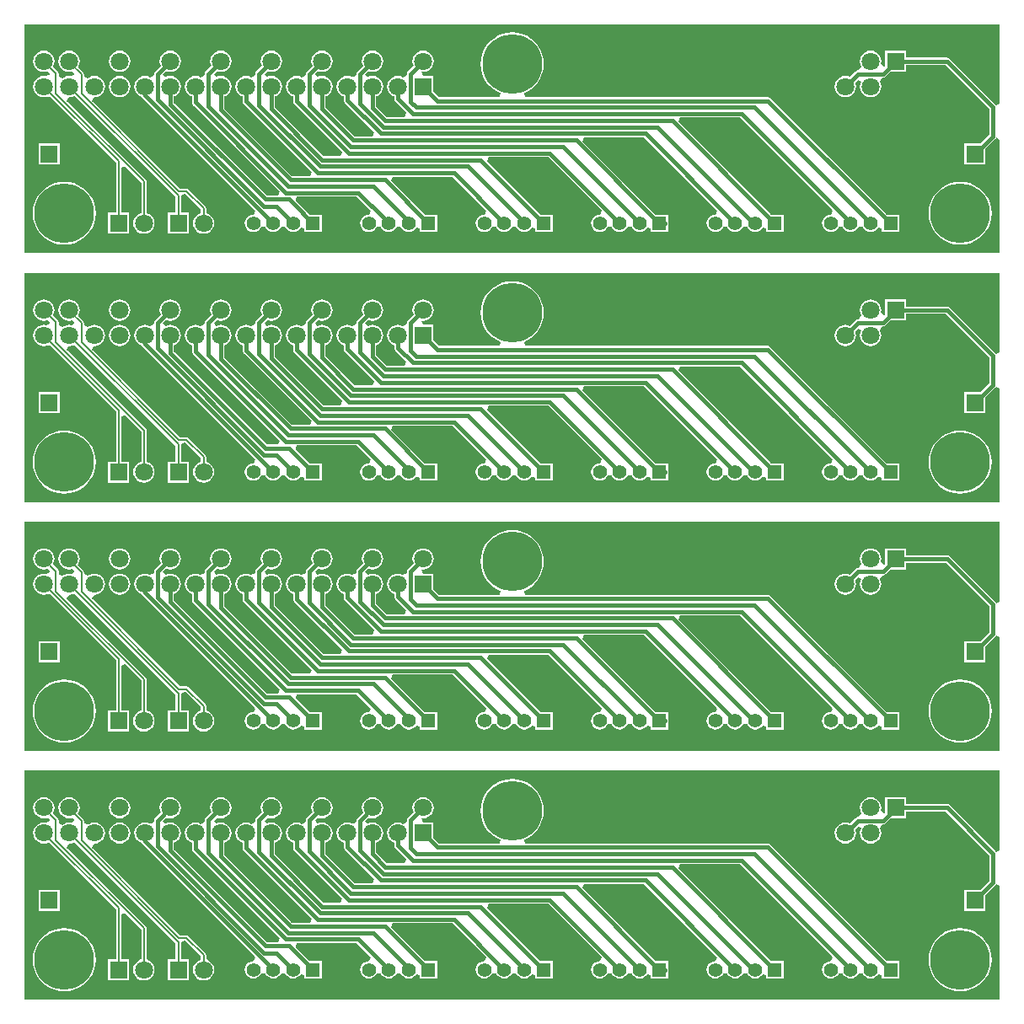
<source format=gtl>
G04 Layer_Physical_Order=1*
G04 Layer_Color=255*
%FSLAX25Y25*%
%MOIN*%
G70*
G01*
G75*
%ADD10C,0.01575*%
%ADD11C,0.00787*%
%ADD12C,0.05512*%
%ADD13R,0.05512X0.05512*%
%ADD14C,0.23622*%
%ADD15C,0.07087*%
%ADD16R,0.07087X0.07087*%
%ADD17R,0.07087X0.07087*%
G36*
X389764Y63004D02*
X388306Y62329D01*
X388189Y62349D01*
X387931Y62734D01*
X369841Y80825D01*
X369372Y81138D01*
X368819Y81248D01*
X352756D01*
Y83976D01*
X344409D01*
Y78012D01*
X343906Y77635D01*
X342616Y78635D01*
X342649Y78714D01*
X342792Y79803D01*
X342649Y80893D01*
X342228Y81908D01*
X341559Y82780D01*
X340687Y83448D01*
X339672Y83869D01*
X338583Y84012D01*
X337493Y83869D01*
X336478Y83448D01*
X335606Y82780D01*
X334937Y81908D01*
X334517Y80893D01*
X334373Y79803D01*
X334517Y78714D01*
X334937Y77698D01*
X334095Y76209D01*
X333543D01*
X332990Y76099D01*
X332522Y75786D01*
X330332Y73596D01*
X329672Y73869D01*
X328583Y74012D01*
X327493Y73869D01*
X326478Y73448D01*
X325606Y72780D01*
X324937Y71908D01*
X324517Y70893D01*
X324374Y69803D01*
X324517Y68714D01*
X324937Y67699D01*
X325606Y66827D01*
X326478Y66158D01*
X327493Y65737D01*
X328583Y65594D01*
X329672Y65737D01*
X330687Y66158D01*
X331559Y66827D01*
X332228Y67699D01*
X332648Y68714D01*
X332792Y69803D01*
X332648Y70893D01*
X332498Y71255D01*
X333615Y72369D01*
X334836Y71835D01*
X334870Y71744D01*
X334517Y70893D01*
X334373Y69803D01*
X334517Y68714D01*
X334937Y67699D01*
X335606Y66827D01*
X336478Y66158D01*
X337493Y65737D01*
X338583Y65594D01*
X339672Y65737D01*
X340687Y66158D01*
X341559Y66827D01*
X342228Y67699D01*
X342649Y68714D01*
X342792Y69803D01*
X342649Y70893D01*
X342296Y71744D01*
X342529Y72379D01*
X343130Y73319D01*
X343543D01*
X344096Y73429D01*
X344565Y73742D01*
X346453Y75630D01*
X352756D01*
Y78358D01*
X368220D01*
X385464Y61114D01*
Y50736D01*
X382051Y47323D01*
X375748D01*
Y38976D01*
X384095D01*
Y45279D01*
X387931Y49116D01*
X388189Y49502D01*
X388306Y49521D01*
X389764Y48846D01*
Y3937D01*
X3937D01*
Y94488D01*
X389764D01*
Y63004D01*
D02*
G37*
%LPC*%
G36*
X17953Y47323D02*
X9606D01*
Y38976D01*
X17953D01*
Y47323D01*
D02*
G37*
G36*
X19685Y32164D02*
X17733Y32011D01*
X15829Y31554D01*
X14020Y30804D01*
X12350Y29781D01*
X10861Y28509D01*
X9589Y27020D01*
X8566Y25351D01*
X7817Y23541D01*
X7359Y21637D01*
X7206Y19685D01*
X7359Y17733D01*
X7817Y15829D01*
X8566Y14020D01*
X9589Y12350D01*
X10861Y10861D01*
X12350Y9589D01*
X14020Y8566D01*
X15829Y7817D01*
X17733Y7359D01*
X19685Y7206D01*
X21637Y7359D01*
X23541Y7817D01*
X25351Y8566D01*
X27020Y9589D01*
X28509Y10861D01*
X29781Y12350D01*
X30804Y14020D01*
X31554Y15829D01*
X32011Y17733D01*
X32164Y19685D01*
X32011Y21637D01*
X31554Y23541D01*
X30804Y25351D01*
X29781Y27020D01*
X28509Y28509D01*
X27020Y29781D01*
X25351Y30804D01*
X23541Y31554D01*
X21637Y32011D01*
X19685Y32164D01*
D02*
G37*
G36*
X374016D02*
X372064Y32011D01*
X370160Y31554D01*
X368350Y30804D01*
X366681Y29781D01*
X365192Y28509D01*
X363920Y27020D01*
X362897Y25351D01*
X362147Y23541D01*
X361690Y21637D01*
X361536Y19685D01*
X361690Y17733D01*
X362147Y15829D01*
X362897Y14020D01*
X363920Y12350D01*
X365192Y10861D01*
X366681Y9589D01*
X368350Y8566D01*
X370160Y7817D01*
X372064Y7359D01*
X374016Y7206D01*
X375968Y7359D01*
X377872Y7817D01*
X379681Y8566D01*
X381351Y9589D01*
X382840Y10861D01*
X384112Y12350D01*
X385135Y14020D01*
X385884Y15829D01*
X386342Y17733D01*
X386495Y19685D01*
X386342Y21637D01*
X385884Y23541D01*
X385135Y25351D01*
X384112Y27020D01*
X382840Y28509D01*
X381351Y29781D01*
X379681Y30804D01*
X377872Y31554D01*
X375968Y32011D01*
X374016Y32164D01*
D02*
G37*
G36*
X41614Y84012D02*
X40525Y83869D01*
X39510Y83448D01*
X38638Y82780D01*
X37969Y81908D01*
X37548Y80893D01*
X37405Y79803D01*
X37548Y78714D01*
X37969Y77699D01*
X38638Y76827D01*
X39510Y76158D01*
X40525Y75737D01*
X41614Y75594D01*
X42704Y75737D01*
X43719Y76158D01*
X44591Y76827D01*
X45259Y77699D01*
X45680Y78714D01*
X45823Y79803D01*
X45680Y80893D01*
X45259Y81908D01*
X44591Y82780D01*
X43719Y83448D01*
X42704Y83869D01*
X41614Y84012D01*
D02*
G37*
G36*
X196850Y91220D02*
X194898Y91066D01*
X192994Y90609D01*
X191185Y89859D01*
X189515Y88836D01*
X188026Y87564D01*
X186754Y86075D01*
X185731Y84406D01*
X184982Y82597D01*
X184525Y80692D01*
X184371Y78740D01*
X184525Y76788D01*
X184982Y74884D01*
X185731Y73075D01*
X186754Y71405D01*
X188026Y69916D01*
X189515Y68644D01*
X191185Y67621D01*
X192218Y67193D01*
X191905Y65618D01*
X167843D01*
X165787Y67674D01*
Y73976D01*
X161616D01*
X160951Y75551D01*
X161063Y75667D01*
X161614Y75594D01*
X162704Y75737D01*
X163719Y76158D01*
X164591Y76827D01*
X165260Y77699D01*
X165680Y78714D01*
X165823Y79803D01*
X165680Y80893D01*
X165260Y81908D01*
X164591Y82780D01*
X163719Y83448D01*
X162704Y83869D01*
X161614Y84012D01*
X160525Y83869D01*
X159510Y83448D01*
X158638Y82780D01*
X157969Y81908D01*
X157548Y80893D01*
X157405Y79803D01*
X157548Y78714D01*
X157822Y78054D01*
X155632Y75864D01*
X155318Y75396D01*
X155209Y74843D01*
Y74290D01*
X153719Y73448D01*
X152704Y73869D01*
X151614Y74012D01*
X150525Y73869D01*
X149510Y73448D01*
X148638Y72780D01*
X147969Y71908D01*
X147548Y70893D01*
X147405Y69803D01*
X147548Y68714D01*
X147969Y67699D01*
X148638Y66827D01*
X149510Y66158D01*
X150169Y65885D01*
Y64921D01*
X150279Y64368D01*
X150592Y63899D01*
X155094Y59398D01*
X154442Y57823D01*
X147307D01*
X143059Y62071D01*
Y65885D01*
X143719Y66158D01*
X144591Y66827D01*
X145259Y67699D01*
X145680Y68714D01*
X145824Y69803D01*
X145680Y70893D01*
X145259Y71908D01*
X144591Y72780D01*
X143719Y73448D01*
X142704Y73869D01*
X141614Y74012D01*
X140525Y73869D01*
X139510Y73448D01*
X138553Y74699D01*
X139865Y76011D01*
X140525Y75737D01*
X141614Y75594D01*
X142704Y75737D01*
X143719Y76158D01*
X144591Y76827D01*
X145259Y77699D01*
X145680Y78714D01*
X145824Y79803D01*
X145680Y80893D01*
X145259Y81908D01*
X144591Y82780D01*
X143719Y83448D01*
X142704Y83869D01*
X141614Y84012D01*
X140525Y83869D01*
X139510Y83448D01*
X138638Y82780D01*
X137969Y81908D01*
X137548Y80893D01*
X137405Y79803D01*
X137548Y78714D01*
X137822Y78054D01*
X135553Y75786D01*
X135240Y75317D01*
X135130Y74764D01*
Y74351D01*
X134190Y73750D01*
X133555Y73516D01*
X132704Y73869D01*
X131614Y74012D01*
X130525Y73869D01*
X129510Y73448D01*
X128638Y72780D01*
X127969Y71908D01*
X127548Y70893D01*
X127405Y69803D01*
X127548Y68714D01*
X127969Y67699D01*
X128638Y66827D01*
X129510Y66158D01*
X130169Y65885D01*
Y64449D01*
X130279Y63896D01*
X130592Y63427D01*
X142417Y51603D01*
X141764Y50028D01*
X134630D01*
X123059Y61598D01*
Y65885D01*
X123719Y66158D01*
X124591Y66827D01*
X125259Y67699D01*
X125680Y68714D01*
X125823Y69803D01*
X125680Y70893D01*
X125259Y71908D01*
X124591Y72780D01*
X123719Y73448D01*
X122704Y73869D01*
X121614Y74012D01*
X120525Y73869D01*
X119654Y73508D01*
X119562Y73541D01*
X118978Y74840D01*
X120065Y75928D01*
X120525Y75737D01*
X121614Y75594D01*
X122704Y75737D01*
X123719Y76158D01*
X124591Y76827D01*
X125259Y77699D01*
X125680Y78714D01*
X125823Y79803D01*
X125680Y80893D01*
X125259Y81908D01*
X124591Y82780D01*
X123719Y83448D01*
X122704Y83869D01*
X121614Y84012D01*
X120525Y83869D01*
X119510Y83448D01*
X118638Y82780D01*
X117969Y81908D01*
X117548Y80893D01*
X117405Y79803D01*
X117548Y78714D01*
X117822Y78054D01*
X115612Y75845D01*
X115299Y75376D01*
X115189Y74823D01*
Y74306D01*
X113719Y73448D01*
X112704Y73869D01*
X111614Y74012D01*
X110525Y73869D01*
X109510Y73448D01*
X108638Y72780D01*
X107969Y71908D01*
X107548Y70893D01*
X107405Y69803D01*
X107548Y68714D01*
X107969Y67699D01*
X108638Y66827D01*
X109510Y66158D01*
X110169Y65885D01*
Y63976D01*
X110279Y63423D01*
X110592Y62954D01*
X129740Y43807D01*
X129087Y42232D01*
X122346D01*
X103059Y61519D01*
Y65885D01*
X103719Y66158D01*
X104591Y66827D01*
X105260Y67699D01*
X105680Y68714D01*
X105824Y69803D01*
X105680Y70893D01*
X105260Y71908D01*
X104591Y72780D01*
X103719Y73448D01*
X102704Y73869D01*
X101614Y74012D01*
X100525Y73869D01*
X99673Y73516D01*
X99582Y73550D01*
X99048Y74771D01*
X100162Y75888D01*
X100525Y75737D01*
X101614Y75594D01*
X102704Y75737D01*
X103719Y76158D01*
X104591Y76827D01*
X105260Y77699D01*
X105680Y78714D01*
X105824Y79803D01*
X105680Y80893D01*
X105260Y81908D01*
X104591Y82780D01*
X103719Y83448D01*
X102704Y83869D01*
X101614Y84012D01*
X100525Y83869D01*
X99510Y83448D01*
X98638Y82780D01*
X97969Y81908D01*
X97548Y80893D01*
X97405Y79803D01*
X97548Y78714D01*
X97822Y78054D01*
X95632Y75864D01*
X95319Y75396D01*
X95209Y74843D01*
Y74291D01*
X93719Y73448D01*
X92704Y73869D01*
X91614Y74012D01*
X90525Y73869D01*
X89510Y73448D01*
X88638Y72780D01*
X87969Y71908D01*
X87548Y70893D01*
X87405Y69803D01*
X87548Y68714D01*
X87969Y67699D01*
X88638Y66827D01*
X89510Y66158D01*
X90169Y65885D01*
Y63898D01*
X90279Y63345D01*
X90592Y62876D01*
X117456Y36012D01*
X116804Y34437D01*
X109767D01*
X83059Y61145D01*
Y65885D01*
X83719Y66158D01*
X84591Y66827D01*
X85259Y67699D01*
X85680Y68714D01*
X85824Y69803D01*
X85680Y70893D01*
X85259Y71908D01*
X84591Y72780D01*
X83719Y73448D01*
X82704Y73869D01*
X81614Y74012D01*
X80525Y73869D01*
X79673Y73516D01*
X79582Y73550D01*
X79048Y74770D01*
X80163Y75888D01*
X80525Y75737D01*
X81614Y75594D01*
X82704Y75737D01*
X83719Y76158D01*
X84591Y76827D01*
X85259Y77699D01*
X85680Y78714D01*
X85824Y79803D01*
X85680Y80893D01*
X85259Y81908D01*
X84591Y82780D01*
X83719Y83448D01*
X82704Y83869D01*
X81614Y84012D01*
X80525Y83869D01*
X79510Y83448D01*
X78638Y82780D01*
X77969Y81908D01*
X77548Y80893D01*
X77405Y79803D01*
X77548Y78714D01*
X77822Y78054D01*
X75632Y75864D01*
X75318Y75396D01*
X75208Y74843D01*
Y74290D01*
X73719Y73448D01*
X72704Y73869D01*
X71614Y74012D01*
X70525Y73869D01*
X69510Y73448D01*
X68638Y72780D01*
X67969Y71908D01*
X67548Y70893D01*
X67405Y69803D01*
X67548Y68714D01*
X67969Y67699D01*
X68638Y66827D01*
X69510Y66158D01*
X70169Y65885D01*
Y63524D01*
X70279Y62971D01*
X70592Y62502D01*
X104877Y28217D01*
X104225Y26642D01*
X99811D01*
X63059Y63394D01*
Y65885D01*
X63719Y66158D01*
X64591Y66827D01*
X65259Y67699D01*
X65680Y68714D01*
X65824Y69803D01*
X65680Y70893D01*
X65259Y71908D01*
X64591Y72780D01*
X63719Y73448D01*
X62704Y73869D01*
X61614Y74012D01*
X60525Y73869D01*
X59510Y73448D01*
X58553Y74699D01*
X59865Y76011D01*
X60525Y75737D01*
X61614Y75594D01*
X62704Y75737D01*
X63719Y76158D01*
X64591Y76827D01*
X65259Y77699D01*
X65680Y78714D01*
X65824Y79803D01*
X65680Y80893D01*
X65259Y81908D01*
X64591Y82780D01*
X63719Y83448D01*
X62704Y83869D01*
X61614Y84012D01*
X60525Y83869D01*
X59510Y83448D01*
X58638Y82780D01*
X57969Y81908D01*
X57548Y80893D01*
X57405Y79803D01*
X57548Y78714D01*
X57822Y78054D01*
X55573Y75805D01*
X55259Y75336D01*
X55149Y74783D01*
Y74336D01*
X54148Y73715D01*
X53575Y73508D01*
X52704Y73869D01*
X51614Y74012D01*
X50525Y73869D01*
X49510Y73448D01*
X48638Y72780D01*
X47969Y71908D01*
X47548Y70893D01*
X47405Y69803D01*
X47548Y68714D01*
X47969Y67699D01*
X48638Y66827D01*
X49510Y66158D01*
X50375Y65799D01*
X50592Y65474D01*
X95441Y20626D01*
X94705Y19135D01*
X94488Y19163D01*
X93604Y19047D01*
X92781Y18706D01*
X92073Y18163D01*
X91531Y17456D01*
X91189Y16632D01*
X91073Y15748D01*
X91189Y14864D01*
X91531Y14040D01*
X92073Y13333D01*
X92781Y12790D01*
X93604Y12449D01*
X94488Y12333D01*
X95372Y12449D01*
X96196Y12790D01*
X96903Y13333D01*
X97446Y14040D01*
X97609Y14434D01*
X99242D01*
X99405Y14040D01*
X99947Y13333D01*
X100655Y12790D01*
X101478Y12449D01*
X102362Y12333D01*
X103246Y12449D01*
X104070Y12790D01*
X104777Y13333D01*
X105320Y14040D01*
X105483Y14434D01*
X107116D01*
X107279Y14040D01*
X107821Y13333D01*
X108529Y12790D01*
X109352Y12449D01*
X110236Y12333D01*
X111120Y12449D01*
X111944Y12790D01*
X112651Y13333D01*
X113150Y13983D01*
X113306Y13998D01*
X114724Y13558D01*
Y12362D01*
X121496D01*
Y19134D01*
X116768D01*
X111126Y24776D01*
X111779Y26350D01*
X135386D01*
X141110Y20626D01*
X140374Y19135D01*
X140157Y19163D01*
X139274Y19047D01*
X138450Y18706D01*
X137743Y18163D01*
X137200Y17456D01*
X136859Y16632D01*
X136742Y15748D01*
X136859Y14864D01*
X137200Y14040D01*
X137743Y13333D01*
X138450Y12790D01*
X139274Y12449D01*
X140157Y12333D01*
X141041Y12449D01*
X141865Y12790D01*
X142572Y13333D01*
X143115Y14040D01*
X143278Y14434D01*
X144911D01*
X145074Y14040D01*
X145617Y13333D01*
X146324Y12790D01*
X147148Y12449D01*
X148031Y12333D01*
X148915Y12449D01*
X149739Y12790D01*
X150446Y13333D01*
X150989Y14040D01*
X151152Y14434D01*
X152785D01*
X152948Y14040D01*
X153491Y13333D01*
X154198Y12790D01*
X155022Y12449D01*
X155905Y12333D01*
X156789Y12449D01*
X157613Y12790D01*
X158320Y13333D01*
X158819Y13983D01*
X158975Y13998D01*
X160394Y13558D01*
Y12362D01*
X167165D01*
Y19134D01*
X162437D01*
X149001Y32571D01*
X149653Y34146D01*
X173260D01*
X186779Y20626D01*
X186044Y19135D01*
X185827Y19163D01*
X184943Y19047D01*
X184119Y18706D01*
X183412Y18163D01*
X182869Y17456D01*
X182528Y16632D01*
X182412Y15748D01*
X182528Y14864D01*
X182869Y14040D01*
X183412Y13333D01*
X184119Y12790D01*
X184943Y12449D01*
X185827Y12333D01*
X186711Y12449D01*
X187534Y12790D01*
X188242Y13333D01*
X188784Y14040D01*
X188947Y14434D01*
X190580D01*
X190743Y14040D01*
X191286Y13333D01*
X191993Y12790D01*
X192817Y12449D01*
X193701Y12333D01*
X194585Y12449D01*
X195408Y12790D01*
X196116Y13333D01*
X196658Y14040D01*
X196821Y14434D01*
X198454D01*
X198617Y14040D01*
X199160Y13333D01*
X199867Y12790D01*
X200691Y12449D01*
X201575Y12333D01*
X202459Y12449D01*
X203282Y12790D01*
X203990Y13333D01*
X204488Y13983D01*
X204644Y13998D01*
X206063Y13558D01*
Y12362D01*
X212835D01*
Y19134D01*
X208107D01*
X186874Y40366D01*
X187527Y41941D01*
X211134D01*
X232448Y20626D01*
X231713Y19135D01*
X231496Y19163D01*
X230612Y19047D01*
X229788Y18706D01*
X229081Y18163D01*
X228538Y17456D01*
X228197Y16632D01*
X228081Y15748D01*
X228197Y14864D01*
X228538Y14040D01*
X229081Y13333D01*
X229788Y12790D01*
X230612Y12449D01*
X231496Y12333D01*
X232380Y12449D01*
X233204Y12790D01*
X233911Y13333D01*
X234454Y14040D01*
X234616Y14434D01*
X236250D01*
X236413Y14040D01*
X236955Y13333D01*
X237663Y12790D01*
X238486Y12449D01*
X239370Y12333D01*
X240254Y12449D01*
X241078Y12790D01*
X241785Y13333D01*
X242328Y14040D01*
X242491Y14434D01*
X244124D01*
X244287Y14040D01*
X244829Y13333D01*
X245537Y12790D01*
X246360Y12449D01*
X247244Y12333D01*
X248128Y12449D01*
X248952Y12790D01*
X249659Y13333D01*
X250157Y13983D01*
X250314Y13998D01*
X251732Y13558D01*
Y12362D01*
X258504D01*
Y15410D01*
X258571Y15748D01*
X258504Y16086D01*
Y19134D01*
X253776D01*
X224748Y48161D01*
X225401Y49736D01*
X249008D01*
X278118Y20626D01*
X277382Y19135D01*
X277165Y19163D01*
X276281Y19047D01*
X275458Y18706D01*
X274751Y18163D01*
X274208Y17456D01*
X273867Y16632D01*
X273750Y15748D01*
X273867Y14864D01*
X274208Y14040D01*
X274751Y13333D01*
X275458Y12790D01*
X276281Y12449D01*
X277165Y12333D01*
X278049Y12449D01*
X278873Y12790D01*
X279580Y13333D01*
X280123Y14040D01*
X280286Y14434D01*
X281919D01*
X282082Y14040D01*
X282625Y13333D01*
X283332Y12790D01*
X284156Y12449D01*
X285039Y12333D01*
X285923Y12449D01*
X286747Y12790D01*
X287454Y13333D01*
X287997Y14040D01*
X288160Y14434D01*
X289793D01*
X289956Y14040D01*
X290499Y13333D01*
X291206Y12790D01*
X292030Y12449D01*
X292913Y12333D01*
X293797Y12449D01*
X294621Y12790D01*
X295328Y13333D01*
X295827Y13983D01*
X295983Y13998D01*
X297402Y13558D01*
Y12362D01*
X304173D01*
Y19134D01*
X299445D01*
X262623Y55957D01*
X263275Y57531D01*
X286882D01*
X323787Y20626D01*
X323051Y19135D01*
X322835Y19163D01*
X321951Y19047D01*
X321127Y18706D01*
X320420Y18163D01*
X319877Y17456D01*
X319536Y16632D01*
X319420Y15748D01*
X319536Y14864D01*
X319877Y14040D01*
X320420Y13333D01*
X321127Y12790D01*
X321951Y12449D01*
X322835Y12333D01*
X323719Y12449D01*
X324542Y12790D01*
X325249Y13333D01*
X325792Y14040D01*
X325955Y14434D01*
X327588D01*
X327751Y14040D01*
X328294Y13333D01*
X329001Y12790D01*
X329825Y12449D01*
X330709Y12333D01*
X331592Y12449D01*
X332416Y12790D01*
X333123Y13333D01*
X333666Y14040D01*
X333829Y14434D01*
X335462D01*
X335625Y14040D01*
X336168Y13333D01*
X336875Y12790D01*
X337699Y12449D01*
X338583Y12333D01*
X339467Y12449D01*
X340290Y12790D01*
X340998Y13333D01*
X341496Y13983D01*
X341652Y13998D01*
X343071Y13558D01*
Y12362D01*
X349843D01*
Y19134D01*
X345114D01*
X299053Y65195D01*
X298585Y65508D01*
X298031Y65618D01*
X201796D01*
X201483Y67193D01*
X202516Y67621D01*
X204186Y68644D01*
X205675Y69916D01*
X206946Y71405D01*
X207970Y73075D01*
X208719Y74884D01*
X209176Y76788D01*
X209330Y78740D01*
X209176Y80692D01*
X208719Y82597D01*
X207970Y84406D01*
X206946Y86075D01*
X205675Y87564D01*
X204186Y88836D01*
X202516Y89859D01*
X200707Y90609D01*
X198803Y91066D01*
X196850Y91220D01*
D02*
G37*
G36*
X41614Y74012D02*
X40525Y73869D01*
X39510Y73448D01*
X38638Y72780D01*
X37969Y71908D01*
X37548Y70893D01*
X37405Y69803D01*
X37548Y68714D01*
X37969Y67699D01*
X38638Y66827D01*
X39510Y66158D01*
X40525Y65737D01*
X41614Y65594D01*
X42704Y65737D01*
X43719Y66158D01*
X44591Y66827D01*
X45259Y67699D01*
X45680Y68714D01*
X45823Y69803D01*
X45680Y70893D01*
X45259Y71908D01*
X44591Y72780D01*
X43719Y73448D01*
X42704Y73869D01*
X41614Y74012D01*
D02*
G37*
G36*
X21614Y84012D02*
X20525Y83869D01*
X19510Y83448D01*
X18638Y82780D01*
X17969Y81908D01*
X17548Y80893D01*
X17405Y79803D01*
X17548Y78714D01*
X17969Y77699D01*
X18638Y76827D01*
X19510Y76158D01*
X20525Y75737D01*
X21614Y75594D01*
X22704Y75737D01*
X22894Y75816D01*
X24046Y74809D01*
X22704Y73869D01*
X21614Y74012D01*
X20525Y73869D01*
X19510Y73448D01*
X19056Y73100D01*
X17692Y73607D01*
X17481Y73791D01*
Y74980D01*
X17481Y74980D01*
X17401Y75380D01*
X17175Y75718D01*
X17175Y75718D01*
X15231Y77662D01*
X15259Y77699D01*
X15680Y78714D01*
X15823Y79803D01*
X15680Y80893D01*
X15259Y81908D01*
X14591Y82780D01*
X13719Y83448D01*
X12704Y83869D01*
X11614Y84012D01*
X10525Y83869D01*
X9510Y83448D01*
X8638Y82780D01*
X7969Y81908D01*
X7548Y80893D01*
X7405Y79803D01*
X7548Y78714D01*
X7969Y77699D01*
X8638Y76827D01*
X9510Y76158D01*
X10525Y75737D01*
X11614Y75594D01*
X12704Y75737D01*
X13031Y75873D01*
X14310Y74799D01*
X12704Y73869D01*
X11614Y74012D01*
X10525Y73869D01*
X9510Y73448D01*
X8638Y72780D01*
X7969Y71908D01*
X7548Y70893D01*
X7405Y69803D01*
X7548Y68714D01*
X7969Y67699D01*
X8638Y66827D01*
X9510Y66158D01*
X10525Y65737D01*
X11614Y65594D01*
X12704Y65737D01*
X13719Y66158D01*
X13739Y66173D01*
X40137Y39775D01*
Y19921D01*
X37008D01*
Y11575D01*
X45354D01*
Y19921D01*
X42225D01*
Y37635D01*
X43680Y38237D01*
X50137Y31779D01*
Y19820D01*
X50092Y19814D01*
X49077Y19393D01*
X48205Y18724D01*
X47536Y17853D01*
X47115Y16838D01*
X46972Y15748D01*
X47115Y14659D01*
X47536Y13643D01*
X48205Y12772D01*
X49077Y12103D01*
X50092Y11682D01*
X51181Y11539D01*
X52271Y11682D01*
X53286Y12103D01*
X54158Y12772D01*
X54826Y13643D01*
X55247Y14659D01*
X55390Y15748D01*
X55247Y16838D01*
X54826Y17853D01*
X54158Y18724D01*
X53286Y19393D01*
X52271Y19814D01*
X52225Y19820D01*
Y32212D01*
X52145Y32611D01*
X51919Y32950D01*
X51919Y32950D01*
X20749Y64119D01*
X21485Y65611D01*
X21614Y65594D01*
X22704Y65737D01*
X23719Y66158D01*
X23755Y66186D01*
X63759Y26182D01*
Y19921D01*
X60630D01*
Y11575D01*
X68976D01*
Y19921D01*
X65847D01*
Y26614D01*
X65847Y26614D01*
X67312Y27319D01*
X67662D01*
X73616Y21364D01*
X73654Y20767D01*
X73535Y19740D01*
X72698Y19393D01*
X71827Y18724D01*
X71158Y17853D01*
X70737Y16838D01*
X70594Y15748D01*
X70737Y14659D01*
X71158Y13643D01*
X71827Y12772D01*
X72698Y12103D01*
X73714Y11682D01*
X74803Y11539D01*
X75893Y11682D01*
X76908Y12103D01*
X77780Y12772D01*
X78448Y13643D01*
X78869Y14659D01*
X79012Y15748D01*
X78869Y16838D01*
X78448Y17853D01*
X77780Y18724D01*
X76908Y19393D01*
X75893Y19814D01*
X75847Y19820D01*
Y21654D01*
X75847Y21654D01*
X75767Y22053D01*
X75541Y22391D01*
X68832Y29101D01*
X68493Y29327D01*
X68094Y29406D01*
X68094Y29406D01*
X65491D01*
X30783Y64115D01*
X31518Y65607D01*
X31614Y65594D01*
X32704Y65737D01*
X33719Y66158D01*
X34591Y66827D01*
X35260Y67699D01*
X35680Y68714D01*
X35824Y69803D01*
X35680Y70893D01*
X35260Y71908D01*
X34591Y72780D01*
X33719Y73448D01*
X32704Y73869D01*
X31614Y74012D01*
X30525Y73869D01*
X29510Y73448D01*
X29095Y73130D01*
X27635Y73708D01*
X27520Y73814D01*
Y74606D01*
X27441Y75006D01*
X27214Y75344D01*
X27214Y75344D01*
X25086Y77473D01*
X25260Y77699D01*
X25680Y78714D01*
X25824Y79803D01*
X25680Y80893D01*
X25260Y81908D01*
X24591Y82780D01*
X23719Y83448D01*
X22704Y83869D01*
X21614Y84012D01*
D02*
G37*
%LPD*%
G36*
X389764Y161430D02*
X388306Y160754D01*
X388189Y160774D01*
X387931Y161160D01*
X369841Y179250D01*
X369372Y179563D01*
X368819Y179673D01*
X352756D01*
Y182402D01*
X344409D01*
Y176437D01*
X343906Y176060D01*
X342616Y177061D01*
X342649Y177139D01*
X342792Y178228D01*
X342649Y179318D01*
X342228Y180333D01*
X341559Y181205D01*
X340687Y181874D01*
X339672Y182294D01*
X338583Y182438D01*
X337493Y182294D01*
X336478Y181874D01*
X335606Y181205D01*
X334937Y180333D01*
X334517Y179318D01*
X334373Y178228D01*
X334517Y177139D01*
X334937Y176124D01*
X334095Y174634D01*
X333543D01*
X332990Y174524D01*
X332522Y174211D01*
X330332Y172021D01*
X329672Y172294D01*
X328583Y172438D01*
X327493Y172294D01*
X326478Y171874D01*
X325606Y171205D01*
X324937Y170333D01*
X324517Y169318D01*
X324374Y168228D01*
X324517Y167139D01*
X324937Y166124D01*
X325606Y165252D01*
X326478Y164583D01*
X327493Y164163D01*
X328583Y164019D01*
X329672Y164163D01*
X330687Y164583D01*
X331559Y165252D01*
X332228Y166124D01*
X332648Y167139D01*
X332792Y168228D01*
X332648Y169318D01*
X332498Y169680D01*
X333615Y170795D01*
X334836Y170260D01*
X334870Y170169D01*
X334517Y169318D01*
X334373Y168228D01*
X334517Y167139D01*
X334937Y166124D01*
X335606Y165252D01*
X336478Y164583D01*
X337493Y164163D01*
X338583Y164019D01*
X339672Y164163D01*
X340687Y164583D01*
X341559Y165252D01*
X342228Y166124D01*
X342649Y167139D01*
X342792Y168228D01*
X342649Y169318D01*
X342296Y170169D01*
X342529Y170804D01*
X343130Y171744D01*
X343543D01*
X344096Y171854D01*
X344565Y172167D01*
X346453Y174055D01*
X352756D01*
Y176783D01*
X368220D01*
X385464Y159539D01*
Y149162D01*
X382051Y145748D01*
X375748D01*
Y137402D01*
X384095D01*
Y143704D01*
X387931Y147541D01*
X388189Y147927D01*
X388306Y147947D01*
X389764Y147271D01*
Y102362D01*
X3937D01*
Y192913D01*
X389764D01*
Y161430D01*
D02*
G37*
%LPC*%
G36*
X17953Y145748D02*
X9606D01*
Y137402D01*
X17953D01*
Y145748D01*
D02*
G37*
G36*
X19685Y130590D02*
X17733Y130436D01*
X15829Y129979D01*
X14020Y129229D01*
X12350Y128206D01*
X10861Y126935D01*
X9589Y125445D01*
X8566Y123776D01*
X7817Y121967D01*
X7359Y120062D01*
X7206Y118110D01*
X7359Y116158D01*
X7817Y114254D01*
X8566Y112445D01*
X9589Y110775D01*
X10861Y109286D01*
X12350Y108014D01*
X14020Y106991D01*
X15829Y106242D01*
X17733Y105784D01*
X19685Y105631D01*
X21637Y105784D01*
X23541Y106242D01*
X25351Y106991D01*
X27020Y108014D01*
X28509Y109286D01*
X29781Y110775D01*
X30804Y112445D01*
X31554Y114254D01*
X32011Y116158D01*
X32164Y118110D01*
X32011Y120062D01*
X31554Y121967D01*
X30804Y123776D01*
X29781Y125445D01*
X28509Y126935D01*
X27020Y128206D01*
X25351Y129229D01*
X23541Y129979D01*
X21637Y130436D01*
X19685Y130590D01*
D02*
G37*
G36*
X374016D02*
X372064Y130436D01*
X370160Y129979D01*
X368350Y129229D01*
X366681Y128206D01*
X365192Y126935D01*
X363920Y125445D01*
X362897Y123776D01*
X362147Y121967D01*
X361690Y120062D01*
X361536Y118110D01*
X361690Y116158D01*
X362147Y114254D01*
X362897Y112445D01*
X363920Y110775D01*
X365192Y109286D01*
X366681Y108014D01*
X368350Y106991D01*
X370160Y106242D01*
X372064Y105784D01*
X374016Y105631D01*
X375968Y105784D01*
X377872Y106242D01*
X379681Y106991D01*
X381351Y108014D01*
X382840Y109286D01*
X384112Y110775D01*
X385135Y112445D01*
X385884Y114254D01*
X386342Y116158D01*
X386495Y118110D01*
X386342Y120062D01*
X385884Y121967D01*
X385135Y123776D01*
X384112Y125445D01*
X382840Y126935D01*
X381351Y128206D01*
X379681Y129229D01*
X377872Y129979D01*
X375968Y130436D01*
X374016Y130590D01*
D02*
G37*
G36*
X41614Y182438D02*
X40525Y182294D01*
X39510Y181874D01*
X38638Y181205D01*
X37969Y180333D01*
X37548Y179318D01*
X37405Y178228D01*
X37548Y177139D01*
X37969Y176124D01*
X38638Y175252D01*
X39510Y174583D01*
X40525Y174163D01*
X41614Y174019D01*
X42704Y174163D01*
X43719Y174583D01*
X44591Y175252D01*
X45259Y176124D01*
X45680Y177139D01*
X45823Y178228D01*
X45680Y179318D01*
X45259Y180333D01*
X44591Y181205D01*
X43719Y181874D01*
X42704Y182294D01*
X41614Y182438D01*
D02*
G37*
G36*
X196850Y189645D02*
X194898Y189491D01*
X192994Y189034D01*
X191185Y188285D01*
X189515Y187261D01*
X188026Y185990D01*
X186754Y184501D01*
X185731Y182831D01*
X184982Y181022D01*
X184525Y179118D01*
X184371Y177165D01*
X184525Y175213D01*
X184982Y173309D01*
X185731Y171500D01*
X186754Y169830D01*
X188026Y168341D01*
X189515Y167069D01*
X191185Y166046D01*
X192218Y165618D01*
X191905Y164043D01*
X167843D01*
X165787Y166099D01*
Y172402D01*
X161616D01*
X160951Y173976D01*
X161063Y174092D01*
X161614Y174019D01*
X162704Y174163D01*
X163719Y174583D01*
X164591Y175252D01*
X165260Y176124D01*
X165680Y177139D01*
X165823Y178228D01*
X165680Y179318D01*
X165260Y180333D01*
X164591Y181205D01*
X163719Y181874D01*
X162704Y182294D01*
X161614Y182438D01*
X160525Y182294D01*
X159510Y181874D01*
X158638Y181205D01*
X157969Y180333D01*
X157548Y179318D01*
X157405Y178228D01*
X157548Y177139D01*
X157822Y176479D01*
X155632Y174290D01*
X155318Y173821D01*
X155209Y173268D01*
Y172716D01*
X153719Y171874D01*
X152704Y172294D01*
X151614Y172438D01*
X150525Y172294D01*
X149510Y171874D01*
X148638Y171205D01*
X147969Y170333D01*
X147548Y169318D01*
X147405Y168228D01*
X147548Y167139D01*
X147969Y166124D01*
X148638Y165252D01*
X149510Y164583D01*
X150169Y164310D01*
Y163346D01*
X150279Y162793D01*
X150592Y162325D01*
X155094Y157823D01*
X154442Y156248D01*
X147307D01*
X143059Y160496D01*
Y164310D01*
X143719Y164583D01*
X144591Y165252D01*
X145259Y166124D01*
X145680Y167139D01*
X145824Y168228D01*
X145680Y169318D01*
X145259Y170333D01*
X144591Y171205D01*
X143719Y171874D01*
X142704Y172294D01*
X141614Y172438D01*
X140525Y172294D01*
X139510Y171874D01*
X138553Y173124D01*
X139865Y174436D01*
X140525Y174163D01*
X141614Y174019D01*
X142704Y174163D01*
X143719Y174583D01*
X144591Y175252D01*
X145259Y176124D01*
X145680Y177139D01*
X145824Y178228D01*
X145680Y179318D01*
X145259Y180333D01*
X144591Y181205D01*
X143719Y181874D01*
X142704Y182294D01*
X141614Y182438D01*
X140525Y182294D01*
X139510Y181874D01*
X138638Y181205D01*
X137969Y180333D01*
X137548Y179318D01*
X137405Y178228D01*
X137548Y177139D01*
X137822Y176479D01*
X135553Y174211D01*
X135240Y173742D01*
X135130Y173189D01*
Y172776D01*
X134190Y172175D01*
X133555Y171942D01*
X132704Y172294D01*
X131614Y172438D01*
X130525Y172294D01*
X129510Y171874D01*
X128638Y171205D01*
X127969Y170333D01*
X127548Y169318D01*
X127405Y168228D01*
X127548Y167139D01*
X127969Y166124D01*
X128638Y165252D01*
X129510Y164583D01*
X130169Y164310D01*
Y162874D01*
X130279Y162321D01*
X130592Y161852D01*
X142417Y150028D01*
X141764Y148453D01*
X134630D01*
X123059Y160023D01*
Y164310D01*
X123719Y164583D01*
X124591Y165252D01*
X125259Y166124D01*
X125680Y167139D01*
X125823Y168228D01*
X125680Y169318D01*
X125259Y170333D01*
X124591Y171205D01*
X123719Y171874D01*
X122704Y172294D01*
X121614Y172438D01*
X120525Y172294D01*
X119654Y171933D01*
X119562Y171967D01*
X118978Y173266D01*
X120065Y174353D01*
X120525Y174163D01*
X121614Y174019D01*
X122704Y174163D01*
X123719Y174583D01*
X124591Y175252D01*
X125259Y176124D01*
X125680Y177139D01*
X125823Y178228D01*
X125680Y179318D01*
X125259Y180333D01*
X124591Y181205D01*
X123719Y181874D01*
X122704Y182294D01*
X121614Y182438D01*
X120525Y182294D01*
X119510Y181874D01*
X118638Y181205D01*
X117969Y180333D01*
X117548Y179318D01*
X117405Y178228D01*
X117548Y177139D01*
X117822Y176479D01*
X115612Y174270D01*
X115299Y173801D01*
X115189Y173248D01*
Y172731D01*
X113719Y171874D01*
X112704Y172294D01*
X111614Y172438D01*
X110525Y172294D01*
X109510Y171874D01*
X108638Y171205D01*
X107969Y170333D01*
X107548Y169318D01*
X107405Y168228D01*
X107548Y167139D01*
X107969Y166124D01*
X108638Y165252D01*
X109510Y164583D01*
X110169Y164310D01*
Y162401D01*
X110279Y161848D01*
X110592Y161380D01*
X129740Y142233D01*
X129087Y140658D01*
X122346D01*
X103059Y159945D01*
Y164310D01*
X103719Y164583D01*
X104591Y165252D01*
X105260Y166124D01*
X105680Y167139D01*
X105824Y168228D01*
X105680Y169318D01*
X105260Y170333D01*
X104591Y171205D01*
X103719Y171874D01*
X102704Y172294D01*
X101614Y172438D01*
X100525Y172294D01*
X99673Y171942D01*
X99582Y171975D01*
X99048Y173196D01*
X100162Y174313D01*
X100525Y174163D01*
X101614Y174019D01*
X102704Y174163D01*
X103719Y174583D01*
X104591Y175252D01*
X105260Y176124D01*
X105680Y177139D01*
X105824Y178228D01*
X105680Y179318D01*
X105260Y180333D01*
X104591Y181205D01*
X103719Y181874D01*
X102704Y182294D01*
X101614Y182438D01*
X100525Y182294D01*
X99510Y181874D01*
X98638Y181205D01*
X97969Y180333D01*
X97548Y179318D01*
X97405Y178228D01*
X97548Y177139D01*
X97822Y176479D01*
X95632Y174290D01*
X95319Y173821D01*
X95209Y173268D01*
Y172716D01*
X93719Y171874D01*
X92704Y172294D01*
X91614Y172438D01*
X90525Y172294D01*
X89510Y171874D01*
X88638Y171205D01*
X87969Y170333D01*
X87548Y169318D01*
X87405Y168228D01*
X87548Y167139D01*
X87969Y166124D01*
X88638Y165252D01*
X89510Y164583D01*
X90169Y164310D01*
Y162323D01*
X90279Y161770D01*
X90592Y161301D01*
X117456Y134437D01*
X116804Y132862D01*
X109767D01*
X83059Y159571D01*
Y164310D01*
X83719Y164583D01*
X84591Y165252D01*
X85259Y166124D01*
X85680Y167139D01*
X85824Y168228D01*
X85680Y169318D01*
X85259Y170333D01*
X84591Y171205D01*
X83719Y171874D01*
X82704Y172294D01*
X81614Y172438D01*
X80525Y172294D01*
X79673Y171942D01*
X79582Y171975D01*
X79048Y173196D01*
X80163Y174313D01*
X80525Y174163D01*
X81614Y174019D01*
X82704Y174163D01*
X83719Y174583D01*
X84591Y175252D01*
X85259Y176124D01*
X85680Y177139D01*
X85824Y178228D01*
X85680Y179318D01*
X85259Y180333D01*
X84591Y181205D01*
X83719Y181874D01*
X82704Y182294D01*
X81614Y182438D01*
X80525Y182294D01*
X79510Y181874D01*
X78638Y181205D01*
X77969Y180333D01*
X77548Y179318D01*
X77405Y178228D01*
X77548Y177139D01*
X77822Y176479D01*
X75632Y174290D01*
X75318Y173821D01*
X75208Y173268D01*
Y172716D01*
X73719Y171874D01*
X72704Y172294D01*
X71614Y172438D01*
X70525Y172294D01*
X69510Y171874D01*
X68638Y171205D01*
X67969Y170333D01*
X67548Y169318D01*
X67405Y168228D01*
X67548Y167139D01*
X67969Y166124D01*
X68638Y165252D01*
X69510Y164583D01*
X70169Y164310D01*
Y161949D01*
X70279Y161396D01*
X70592Y160927D01*
X104877Y126642D01*
X104225Y125067D01*
X99811D01*
X63059Y161819D01*
Y164310D01*
X63719Y164583D01*
X64591Y165252D01*
X65259Y166124D01*
X65680Y167139D01*
X65824Y168228D01*
X65680Y169318D01*
X65259Y170333D01*
X64591Y171205D01*
X63719Y171874D01*
X62704Y172294D01*
X61614Y172438D01*
X60525Y172294D01*
X59510Y171874D01*
X58553Y173124D01*
X59865Y174436D01*
X60525Y174163D01*
X61614Y174019D01*
X62704Y174163D01*
X63719Y174583D01*
X64591Y175252D01*
X65259Y176124D01*
X65680Y177139D01*
X65824Y178228D01*
X65680Y179318D01*
X65259Y180333D01*
X64591Y181205D01*
X63719Y181874D01*
X62704Y182294D01*
X61614Y182438D01*
X60525Y182294D01*
X59510Y181874D01*
X58638Y181205D01*
X57969Y180333D01*
X57548Y179318D01*
X57405Y178228D01*
X57548Y177139D01*
X57822Y176479D01*
X55573Y174231D01*
X55259Y173762D01*
X55149Y173209D01*
Y172761D01*
X54148Y172140D01*
X53575Y171933D01*
X52704Y172294D01*
X51614Y172438D01*
X50525Y172294D01*
X49510Y171874D01*
X48638Y171205D01*
X47969Y170333D01*
X47548Y169318D01*
X47405Y168228D01*
X47548Y167139D01*
X47969Y166124D01*
X48638Y165252D01*
X49510Y164583D01*
X50375Y164225D01*
X50592Y163899D01*
X95441Y119051D01*
X94705Y117560D01*
X94488Y117588D01*
X93604Y117472D01*
X92781Y117131D01*
X92073Y116588D01*
X91531Y115881D01*
X91189Y115057D01*
X91073Y114173D01*
X91189Y113289D01*
X91531Y112466D01*
X92073Y111758D01*
X92781Y111216D01*
X93604Y110874D01*
X94488Y110758D01*
X95372Y110874D01*
X96196Y111216D01*
X96903Y111758D01*
X97446Y112466D01*
X97609Y112859D01*
X99242D01*
X99405Y112466D01*
X99947Y111758D01*
X100655Y111216D01*
X101478Y110874D01*
X102362Y110758D01*
X103246Y110874D01*
X104070Y111216D01*
X104777Y111758D01*
X105320Y112466D01*
X105483Y112859D01*
X107116D01*
X107279Y112466D01*
X107821Y111758D01*
X108529Y111216D01*
X109352Y110874D01*
X110236Y110758D01*
X111120Y110874D01*
X111944Y111216D01*
X112651Y111758D01*
X113150Y112408D01*
X113306Y112423D01*
X114724Y111983D01*
Y110787D01*
X121496D01*
Y117559D01*
X116768D01*
X111126Y123201D01*
X111779Y124776D01*
X135386D01*
X141110Y119051D01*
X140374Y117560D01*
X140157Y117588D01*
X139274Y117472D01*
X138450Y117131D01*
X137743Y116588D01*
X137200Y115881D01*
X136859Y115057D01*
X136742Y114173D01*
X136859Y113289D01*
X137200Y112466D01*
X137743Y111758D01*
X138450Y111216D01*
X139274Y110874D01*
X140157Y110758D01*
X141041Y110874D01*
X141865Y111216D01*
X142572Y111758D01*
X143115Y112466D01*
X143278Y112859D01*
X144911D01*
X145074Y112466D01*
X145617Y111758D01*
X146324Y111216D01*
X147148Y110874D01*
X148031Y110758D01*
X148915Y110874D01*
X149739Y111216D01*
X150446Y111758D01*
X150989Y112466D01*
X151152Y112859D01*
X152785D01*
X152948Y112466D01*
X153491Y111758D01*
X154198Y111216D01*
X155022Y110874D01*
X155905Y110758D01*
X156789Y110874D01*
X157613Y111216D01*
X158320Y111758D01*
X158819Y112408D01*
X158975Y112423D01*
X160394Y111983D01*
Y110787D01*
X167165D01*
Y117559D01*
X162437D01*
X149001Y130996D01*
X149653Y132571D01*
X173260D01*
X186779Y119051D01*
X186044Y117560D01*
X185827Y117588D01*
X184943Y117472D01*
X184119Y117131D01*
X183412Y116588D01*
X182869Y115881D01*
X182528Y115057D01*
X182412Y114173D01*
X182528Y113289D01*
X182869Y112466D01*
X183412Y111758D01*
X184119Y111216D01*
X184943Y110874D01*
X185827Y110758D01*
X186711Y110874D01*
X187534Y111216D01*
X188242Y111758D01*
X188784Y112466D01*
X188947Y112859D01*
X190580D01*
X190743Y112466D01*
X191286Y111758D01*
X191993Y111216D01*
X192817Y110874D01*
X193701Y110758D01*
X194585Y110874D01*
X195408Y111216D01*
X196116Y111758D01*
X196658Y112466D01*
X196821Y112859D01*
X198454D01*
X198617Y112466D01*
X199160Y111758D01*
X199867Y111216D01*
X200691Y110874D01*
X201575Y110758D01*
X202459Y110874D01*
X203282Y111216D01*
X203990Y111758D01*
X204488Y112408D01*
X204644Y112423D01*
X206063Y111983D01*
Y110787D01*
X212835D01*
Y117559D01*
X208107D01*
X186874Y138791D01*
X187527Y140366D01*
X211134D01*
X232448Y119051D01*
X231713Y117560D01*
X231496Y117588D01*
X230612Y117472D01*
X229788Y117131D01*
X229081Y116588D01*
X228538Y115881D01*
X228197Y115057D01*
X228081Y114173D01*
X228197Y113289D01*
X228538Y112466D01*
X229081Y111758D01*
X229788Y111216D01*
X230612Y110874D01*
X231496Y110758D01*
X232380Y110874D01*
X233204Y111216D01*
X233911Y111758D01*
X234454Y112466D01*
X234616Y112859D01*
X236250D01*
X236413Y112466D01*
X236955Y111758D01*
X237663Y111216D01*
X238486Y110874D01*
X239370Y110758D01*
X240254Y110874D01*
X241078Y111216D01*
X241785Y111758D01*
X242328Y112466D01*
X242491Y112859D01*
X244124D01*
X244287Y112466D01*
X244829Y111758D01*
X245537Y111216D01*
X246360Y110874D01*
X247244Y110758D01*
X248128Y110874D01*
X248952Y111216D01*
X249659Y111758D01*
X250157Y112408D01*
X250314Y112423D01*
X251732Y111983D01*
Y110787D01*
X258504D01*
Y113836D01*
X258571Y114173D01*
X258504Y114511D01*
Y117559D01*
X253776D01*
X224748Y146586D01*
X225401Y148161D01*
X249008D01*
X278118Y119051D01*
X277382Y117560D01*
X277165Y117588D01*
X276281Y117472D01*
X275458Y117131D01*
X274751Y116588D01*
X274208Y115881D01*
X273867Y115057D01*
X273750Y114173D01*
X273867Y113289D01*
X274208Y112466D01*
X274751Y111758D01*
X275458Y111216D01*
X276281Y110874D01*
X277165Y110758D01*
X278049Y110874D01*
X278873Y111216D01*
X279580Y111758D01*
X280123Y112466D01*
X280286Y112859D01*
X281919D01*
X282082Y112466D01*
X282625Y111758D01*
X283332Y111216D01*
X284156Y110874D01*
X285039Y110758D01*
X285923Y110874D01*
X286747Y111216D01*
X287454Y111758D01*
X287997Y112466D01*
X288160Y112859D01*
X289793D01*
X289956Y112466D01*
X290499Y111758D01*
X291206Y111216D01*
X292030Y110874D01*
X292913Y110758D01*
X293797Y110874D01*
X294621Y111216D01*
X295328Y111758D01*
X295827Y112408D01*
X295983Y112423D01*
X297402Y111983D01*
Y110787D01*
X304173D01*
Y117559D01*
X299445D01*
X262623Y154382D01*
X263275Y155956D01*
X286882D01*
X323787Y119051D01*
X323051Y117560D01*
X322835Y117588D01*
X321951Y117472D01*
X321127Y117131D01*
X320420Y116588D01*
X319877Y115881D01*
X319536Y115057D01*
X319420Y114173D01*
X319536Y113289D01*
X319877Y112466D01*
X320420Y111758D01*
X321127Y111216D01*
X321951Y110874D01*
X322835Y110758D01*
X323719Y110874D01*
X324542Y111216D01*
X325249Y111758D01*
X325792Y112466D01*
X325955Y112859D01*
X327588D01*
X327751Y112466D01*
X328294Y111758D01*
X329001Y111216D01*
X329825Y110874D01*
X330709Y110758D01*
X331592Y110874D01*
X332416Y111216D01*
X333123Y111758D01*
X333666Y112466D01*
X333829Y112859D01*
X335462D01*
X335625Y112466D01*
X336168Y111758D01*
X336875Y111216D01*
X337699Y110874D01*
X338583Y110758D01*
X339467Y110874D01*
X340290Y111216D01*
X340998Y111758D01*
X341496Y112408D01*
X341652Y112423D01*
X343071Y111983D01*
Y110787D01*
X349843D01*
Y117559D01*
X345114D01*
X299053Y163620D01*
X298585Y163934D01*
X298031Y164043D01*
X201796D01*
X201483Y165618D01*
X202516Y166046D01*
X204186Y167069D01*
X205675Y168341D01*
X206946Y169830D01*
X207970Y171500D01*
X208719Y173309D01*
X209176Y175213D01*
X209330Y177165D01*
X209176Y179118D01*
X208719Y181022D01*
X207970Y182831D01*
X206946Y184501D01*
X205675Y185990D01*
X204186Y187261D01*
X202516Y188285D01*
X200707Y189034D01*
X198803Y189491D01*
X196850Y189645D01*
D02*
G37*
G36*
X41614Y172438D02*
X40525Y172294D01*
X39510Y171874D01*
X38638Y171205D01*
X37969Y170333D01*
X37548Y169318D01*
X37405Y168228D01*
X37548Y167139D01*
X37969Y166124D01*
X38638Y165252D01*
X39510Y164583D01*
X40525Y164163D01*
X41614Y164019D01*
X42704Y164163D01*
X43719Y164583D01*
X44591Y165252D01*
X45259Y166124D01*
X45680Y167139D01*
X45823Y168228D01*
X45680Y169318D01*
X45259Y170333D01*
X44591Y171205D01*
X43719Y171874D01*
X42704Y172294D01*
X41614Y172438D01*
D02*
G37*
G36*
X21614Y182438D02*
X20525Y182294D01*
X19510Y181874D01*
X18638Y181205D01*
X17969Y180333D01*
X17548Y179318D01*
X17405Y178228D01*
X17548Y177139D01*
X17969Y176124D01*
X18638Y175252D01*
X19510Y174583D01*
X20525Y174163D01*
X21614Y174019D01*
X22704Y174163D01*
X22894Y174241D01*
X24046Y173235D01*
X22704Y172294D01*
X21614Y172438D01*
X20525Y172294D01*
X19510Y171874D01*
X19056Y171525D01*
X17692Y172032D01*
X17481Y172217D01*
Y173406D01*
X17481Y173406D01*
X17401Y173805D01*
X17175Y174144D01*
X17175Y174144D01*
X15231Y176087D01*
X15259Y176124D01*
X15680Y177139D01*
X15823Y178228D01*
X15680Y179318D01*
X15259Y180333D01*
X14591Y181205D01*
X13719Y181874D01*
X12704Y182294D01*
X11614Y182438D01*
X10525Y182294D01*
X9510Y181874D01*
X8638Y181205D01*
X7969Y180333D01*
X7548Y179318D01*
X7405Y178228D01*
X7548Y177139D01*
X7969Y176124D01*
X8638Y175252D01*
X9510Y174583D01*
X10525Y174163D01*
X11614Y174019D01*
X12704Y174163D01*
X13031Y174298D01*
X14310Y173224D01*
X12704Y172294D01*
X11614Y172438D01*
X10525Y172294D01*
X9510Y171874D01*
X8638Y171205D01*
X7969Y170333D01*
X7548Y169318D01*
X7405Y168228D01*
X7548Y167139D01*
X7969Y166124D01*
X8638Y165252D01*
X9510Y164583D01*
X10525Y164163D01*
X11614Y164019D01*
X12704Y164163D01*
X13719Y164583D01*
X13739Y164599D01*
X40137Y138200D01*
Y118347D01*
X37008D01*
Y110000D01*
X45354D01*
Y118347D01*
X42225D01*
Y136060D01*
X43680Y136662D01*
X50137Y130205D01*
Y118245D01*
X50092Y118239D01*
X49077Y117818D01*
X48205Y117150D01*
X47536Y116278D01*
X47115Y115263D01*
X46972Y114173D01*
X47115Y113084D01*
X47536Y112069D01*
X48205Y111197D01*
X49077Y110528D01*
X50092Y110107D01*
X51181Y109964D01*
X52271Y110107D01*
X53286Y110528D01*
X54158Y111197D01*
X54826Y112069D01*
X55247Y113084D01*
X55390Y114173D01*
X55247Y115263D01*
X54826Y116278D01*
X54158Y117150D01*
X53286Y117818D01*
X52271Y118239D01*
X52225Y118245D01*
Y130637D01*
X52145Y131036D01*
X51919Y131375D01*
X51919Y131375D01*
X20749Y162545D01*
X21485Y164036D01*
X21614Y164019D01*
X22704Y164163D01*
X23719Y164583D01*
X23755Y164611D01*
X63759Y124607D01*
Y118347D01*
X60630D01*
Y110000D01*
X68976D01*
Y118347D01*
X65847D01*
Y125039D01*
X65847Y125040D01*
X67312Y125744D01*
X67662D01*
X73616Y119790D01*
X73654Y119193D01*
X73535Y118165D01*
X72698Y117818D01*
X71827Y117150D01*
X71158Y116278D01*
X70737Y115263D01*
X70594Y114173D01*
X70737Y113084D01*
X71158Y112069D01*
X71827Y111197D01*
X72698Y110528D01*
X73714Y110107D01*
X74803Y109964D01*
X75893Y110107D01*
X76908Y110528D01*
X77780Y111197D01*
X78448Y112069D01*
X78869Y113084D01*
X79012Y114173D01*
X78869Y115263D01*
X78448Y116278D01*
X77780Y117150D01*
X76908Y117818D01*
X75893Y118239D01*
X75847Y118245D01*
Y120079D01*
X75847Y120079D01*
X75767Y120478D01*
X75541Y120817D01*
X68832Y127526D01*
X68493Y127752D01*
X68094Y127832D01*
X68094Y127832D01*
X65491D01*
X30783Y162540D01*
X31518Y164032D01*
X31614Y164019D01*
X32704Y164163D01*
X33719Y164583D01*
X34591Y165252D01*
X35260Y166124D01*
X35680Y167139D01*
X35824Y168228D01*
X35680Y169318D01*
X35260Y170333D01*
X34591Y171205D01*
X33719Y171874D01*
X32704Y172294D01*
X31614Y172438D01*
X30525Y172294D01*
X29510Y171874D01*
X29095Y171555D01*
X27635Y172133D01*
X27520Y172239D01*
Y173031D01*
X27441Y173431D01*
X27214Y173769D01*
X27214Y173769D01*
X25086Y175898D01*
X25260Y176124D01*
X25680Y177139D01*
X25824Y178228D01*
X25680Y179318D01*
X25260Y180333D01*
X24591Y181205D01*
X23719Y181874D01*
X22704Y182294D01*
X21614Y182438D01*
D02*
G37*
%LPD*%
G36*
X389764Y259855D02*
X388306Y259179D01*
X388189Y259199D01*
X387931Y259585D01*
X369841Y277675D01*
X369372Y277989D01*
X368819Y278099D01*
X352756D01*
Y280827D01*
X344409D01*
Y274863D01*
X343906Y274485D01*
X342616Y275486D01*
X342649Y275564D01*
X342792Y276654D01*
X342649Y277743D01*
X342228Y278758D01*
X341559Y279630D01*
X340687Y280299D01*
X339672Y280719D01*
X338583Y280863D01*
X337493Y280719D01*
X336478Y280299D01*
X335606Y279630D01*
X334937Y278758D01*
X334517Y277743D01*
X334373Y276654D01*
X334517Y275564D01*
X334937Y274549D01*
X334095Y273059D01*
X333543D01*
X332990Y272949D01*
X332522Y272636D01*
X330332Y270446D01*
X329672Y270719D01*
X328583Y270863D01*
X327493Y270719D01*
X326478Y270299D01*
X325606Y269630D01*
X324937Y268758D01*
X324517Y267743D01*
X324374Y266653D01*
X324517Y265564D01*
X324937Y264549D01*
X325606Y263677D01*
X326478Y263008D01*
X327493Y262588D01*
X328583Y262444D01*
X329672Y262588D01*
X330687Y263008D01*
X331559Y263677D01*
X332228Y264549D01*
X332648Y265564D01*
X332792Y266653D01*
X332648Y267743D01*
X332498Y268105D01*
X333615Y269220D01*
X334836Y268686D01*
X334870Y268594D01*
X334517Y267743D01*
X334373Y266653D01*
X334517Y265564D01*
X334937Y264549D01*
X335606Y263677D01*
X336478Y263008D01*
X337493Y262588D01*
X338583Y262444D01*
X339672Y262588D01*
X340687Y263008D01*
X341559Y263677D01*
X342228Y264549D01*
X342649Y265564D01*
X342792Y266653D01*
X342649Y267743D01*
X342296Y268594D01*
X342529Y269229D01*
X343130Y270169D01*
X343543D01*
X344096Y270279D01*
X344565Y270592D01*
X346453Y272480D01*
X352756D01*
Y275208D01*
X368220D01*
X385464Y257964D01*
Y247587D01*
X382051Y244173D01*
X375748D01*
Y235827D01*
X384095D01*
Y242130D01*
X387931Y245966D01*
X388189Y246352D01*
X388306Y246372D01*
X389764Y245696D01*
Y200787D01*
X3937D01*
Y291339D01*
X389764D01*
Y259855D01*
D02*
G37*
%LPC*%
G36*
X17953Y244173D02*
X9606D01*
Y235827D01*
X17953D01*
Y244173D01*
D02*
G37*
G36*
X19685Y229015D02*
X17733Y228861D01*
X15829Y228404D01*
X14020Y227655D01*
X12350Y226631D01*
X10861Y225360D01*
X9589Y223871D01*
X8566Y222201D01*
X7817Y220392D01*
X7359Y218488D01*
X7206Y216535D01*
X7359Y214583D01*
X7817Y212679D01*
X8566Y210870D01*
X9589Y209200D01*
X10861Y207711D01*
X12350Y206439D01*
X14020Y205416D01*
X15829Y204667D01*
X17733Y204210D01*
X19685Y204056D01*
X21637Y204210D01*
X23541Y204667D01*
X25351Y205416D01*
X27020Y206439D01*
X28509Y207711D01*
X29781Y209200D01*
X30804Y210870D01*
X31554Y212679D01*
X32011Y214583D01*
X32164Y216535D01*
X32011Y218488D01*
X31554Y220392D01*
X30804Y222201D01*
X29781Y223871D01*
X28509Y225360D01*
X27020Y226631D01*
X25351Y227655D01*
X23541Y228404D01*
X21637Y228861D01*
X19685Y229015D01*
D02*
G37*
G36*
X374016D02*
X372064Y228861D01*
X370160Y228404D01*
X368350Y227655D01*
X366681Y226631D01*
X365192Y225360D01*
X363920Y223871D01*
X362897Y222201D01*
X362147Y220392D01*
X361690Y218488D01*
X361536Y216535D01*
X361690Y214583D01*
X362147Y212679D01*
X362897Y210870D01*
X363920Y209200D01*
X365192Y207711D01*
X366681Y206439D01*
X368350Y205416D01*
X370160Y204667D01*
X372064Y204210D01*
X374016Y204056D01*
X375968Y204210D01*
X377872Y204667D01*
X379681Y205416D01*
X381351Y206439D01*
X382840Y207711D01*
X384112Y209200D01*
X385135Y210870D01*
X385884Y212679D01*
X386342Y214583D01*
X386495Y216535D01*
X386342Y218488D01*
X385884Y220392D01*
X385135Y222201D01*
X384112Y223871D01*
X382840Y225360D01*
X381351Y226631D01*
X379681Y227655D01*
X377872Y228404D01*
X375968Y228861D01*
X374016Y229015D01*
D02*
G37*
G36*
X41614Y280863D02*
X40525Y280719D01*
X39510Y280299D01*
X38638Y279630D01*
X37969Y278758D01*
X37548Y277743D01*
X37405Y276654D01*
X37548Y275564D01*
X37969Y274549D01*
X38638Y273677D01*
X39510Y273008D01*
X40525Y272588D01*
X41614Y272444D01*
X42704Y272588D01*
X43719Y273008D01*
X44591Y273677D01*
X45259Y274549D01*
X45680Y275564D01*
X45823Y276654D01*
X45680Y277743D01*
X45259Y278758D01*
X44591Y279630D01*
X43719Y280299D01*
X42704Y280719D01*
X41614Y280863D01*
D02*
G37*
G36*
X196850Y288070D02*
X194898Y287916D01*
X192994Y287459D01*
X191185Y286710D01*
X189515Y285687D01*
X188026Y284415D01*
X186754Y282926D01*
X185731Y281256D01*
X184982Y279447D01*
X184525Y277543D01*
X184371Y275591D01*
X184525Y273638D01*
X184982Y271734D01*
X185731Y269925D01*
X186754Y268255D01*
X188026Y266766D01*
X189515Y265495D01*
X191185Y264471D01*
X192218Y264043D01*
X191905Y262469D01*
X167843D01*
X165787Y264524D01*
Y270827D01*
X161616D01*
X160951Y272402D01*
X161063Y272517D01*
X161614Y272444D01*
X162704Y272588D01*
X163719Y273008D01*
X164591Y273677D01*
X165260Y274549D01*
X165680Y275564D01*
X165823Y276654D01*
X165680Y277743D01*
X165260Y278758D01*
X164591Y279630D01*
X163719Y280299D01*
X162704Y280719D01*
X161614Y280863D01*
X160525Y280719D01*
X159510Y280299D01*
X158638Y279630D01*
X157969Y278758D01*
X157548Y277743D01*
X157405Y276654D01*
X157548Y275564D01*
X157822Y274905D01*
X155632Y272715D01*
X155318Y272246D01*
X155209Y271693D01*
Y271141D01*
X153719Y270299D01*
X152704Y270719D01*
X151614Y270863D01*
X150525Y270719D01*
X149510Y270299D01*
X148638Y269630D01*
X147969Y268758D01*
X147548Y267743D01*
X147405Y266654D01*
X147548Y265564D01*
X147969Y264549D01*
X148638Y263677D01*
X149510Y263008D01*
X150169Y262735D01*
Y261772D01*
X150279Y261219D01*
X150592Y260750D01*
X155094Y256248D01*
X154442Y254674D01*
X147307D01*
X143059Y258921D01*
Y262735D01*
X143719Y263008D01*
X144591Y263677D01*
X145259Y264549D01*
X145680Y265564D01*
X145824Y266654D01*
X145680Y267743D01*
X145259Y268758D01*
X144591Y269630D01*
X143719Y270299D01*
X142704Y270719D01*
X141614Y270863D01*
X140525Y270719D01*
X139510Y270299D01*
X138553Y271549D01*
X139865Y272861D01*
X140525Y272588D01*
X141614Y272444D01*
X142704Y272588D01*
X143719Y273008D01*
X144591Y273677D01*
X145259Y274549D01*
X145680Y275564D01*
X145824Y276654D01*
X145680Y277743D01*
X145259Y278758D01*
X144591Y279630D01*
X143719Y280299D01*
X142704Y280719D01*
X141614Y280863D01*
X140525Y280719D01*
X139510Y280299D01*
X138638Y279630D01*
X137969Y278758D01*
X137548Y277743D01*
X137405Y276654D01*
X137548Y275564D01*
X137822Y274905D01*
X135553Y272636D01*
X135240Y272167D01*
X135130Y271614D01*
Y271201D01*
X134190Y270600D01*
X133555Y270367D01*
X132704Y270719D01*
X131614Y270863D01*
X130525Y270719D01*
X129510Y270299D01*
X128638Y269630D01*
X127969Y268758D01*
X127548Y267743D01*
X127405Y266654D01*
X127548Y265564D01*
X127969Y264549D01*
X128638Y263677D01*
X129510Y263008D01*
X130169Y262735D01*
Y261299D01*
X130279Y260746D01*
X130592Y260277D01*
X142417Y248453D01*
X141764Y246878D01*
X134630D01*
X123059Y258449D01*
Y262735D01*
X123719Y263008D01*
X124591Y263677D01*
X125259Y264549D01*
X125680Y265564D01*
X125823Y266654D01*
X125680Y267743D01*
X125259Y268758D01*
X124591Y269630D01*
X123719Y270299D01*
X122704Y270719D01*
X121614Y270863D01*
X120525Y270719D01*
X119654Y270359D01*
X119562Y270392D01*
X118978Y271691D01*
X120065Y272778D01*
X120525Y272588D01*
X121614Y272444D01*
X122704Y272588D01*
X123719Y273008D01*
X124591Y273677D01*
X125259Y274549D01*
X125680Y275564D01*
X125823Y276654D01*
X125680Y277743D01*
X125259Y278758D01*
X124591Y279630D01*
X123719Y280299D01*
X122704Y280719D01*
X121614Y280863D01*
X120525Y280719D01*
X119510Y280299D01*
X118638Y279630D01*
X117969Y278758D01*
X117548Y277743D01*
X117405Y276654D01*
X117548Y275564D01*
X117822Y274905D01*
X115612Y272695D01*
X115299Y272226D01*
X115189Y271673D01*
Y271156D01*
X113719Y270299D01*
X112704Y270719D01*
X111614Y270863D01*
X110525Y270719D01*
X109510Y270299D01*
X108638Y269630D01*
X107969Y268758D01*
X107548Y267743D01*
X107405Y266654D01*
X107548Y265564D01*
X107969Y264549D01*
X108638Y263677D01*
X109510Y263008D01*
X110169Y262735D01*
Y260827D01*
X110279Y260274D01*
X110592Y259805D01*
X129740Y240658D01*
X129087Y239083D01*
X122346D01*
X103059Y258370D01*
Y262735D01*
X103719Y263008D01*
X104591Y263677D01*
X105260Y264549D01*
X105680Y265564D01*
X105824Y266654D01*
X105680Y267743D01*
X105260Y268758D01*
X104591Y269630D01*
X103719Y270299D01*
X102704Y270719D01*
X101614Y270863D01*
X100525Y270719D01*
X99673Y270367D01*
X99582Y270400D01*
X99048Y271621D01*
X100162Y272738D01*
X100525Y272588D01*
X101614Y272444D01*
X102704Y272588D01*
X103719Y273008D01*
X104591Y273677D01*
X105260Y274549D01*
X105680Y275564D01*
X105824Y276654D01*
X105680Y277743D01*
X105260Y278758D01*
X104591Y279630D01*
X103719Y280299D01*
X102704Y280719D01*
X101614Y280863D01*
X100525Y280719D01*
X99510Y280299D01*
X98638Y279630D01*
X97969Y278758D01*
X97548Y277743D01*
X97405Y276654D01*
X97548Y275564D01*
X97822Y274905D01*
X95632Y272715D01*
X95319Y272246D01*
X95209Y271693D01*
Y271141D01*
X93719Y270299D01*
X92704Y270719D01*
X91614Y270863D01*
X90525Y270719D01*
X89510Y270299D01*
X88638Y269630D01*
X87969Y268758D01*
X87548Y267743D01*
X87405Y266654D01*
X87548Y265564D01*
X87969Y264549D01*
X88638Y263677D01*
X89510Y263008D01*
X90169Y262735D01*
Y260748D01*
X90279Y260195D01*
X90592Y259726D01*
X117456Y232862D01*
X116804Y231288D01*
X109767D01*
X83059Y257996D01*
Y262735D01*
X83719Y263008D01*
X84591Y263677D01*
X85259Y264549D01*
X85680Y265564D01*
X85824Y266654D01*
X85680Y267743D01*
X85259Y268758D01*
X84591Y269630D01*
X83719Y270299D01*
X82704Y270719D01*
X81614Y270863D01*
X80525Y270719D01*
X79673Y270367D01*
X79582Y270400D01*
X79048Y271621D01*
X80163Y272738D01*
X80525Y272588D01*
X81614Y272444D01*
X82704Y272588D01*
X83719Y273008D01*
X84591Y273677D01*
X85259Y274549D01*
X85680Y275564D01*
X85824Y276654D01*
X85680Y277743D01*
X85259Y278758D01*
X84591Y279630D01*
X83719Y280299D01*
X82704Y280719D01*
X81614Y280863D01*
X80525Y280719D01*
X79510Y280299D01*
X78638Y279630D01*
X77969Y278758D01*
X77548Y277743D01*
X77405Y276654D01*
X77548Y275564D01*
X77822Y274905D01*
X75632Y272715D01*
X75318Y272246D01*
X75208Y271693D01*
Y271141D01*
X73719Y270299D01*
X72704Y270719D01*
X71614Y270863D01*
X70525Y270719D01*
X69510Y270299D01*
X68638Y269630D01*
X67969Y268758D01*
X67548Y267743D01*
X67405Y266654D01*
X67548Y265564D01*
X67969Y264549D01*
X68638Y263677D01*
X69510Y263008D01*
X70169Y262735D01*
Y260374D01*
X70279Y259821D01*
X70592Y259352D01*
X104877Y225067D01*
X104225Y223492D01*
X99811D01*
X63059Y260244D01*
Y262735D01*
X63719Y263008D01*
X64591Y263677D01*
X65259Y264549D01*
X65680Y265564D01*
X65824Y266654D01*
X65680Y267743D01*
X65259Y268758D01*
X64591Y269630D01*
X63719Y270299D01*
X62704Y270719D01*
X61614Y270863D01*
X60525Y270719D01*
X59510Y270299D01*
X58553Y271549D01*
X59865Y272861D01*
X60525Y272588D01*
X61614Y272444D01*
X62704Y272588D01*
X63719Y273008D01*
X64591Y273677D01*
X65259Y274549D01*
X65680Y275564D01*
X65824Y276654D01*
X65680Y277743D01*
X65259Y278758D01*
X64591Y279630D01*
X63719Y280299D01*
X62704Y280719D01*
X61614Y280863D01*
X60525Y280719D01*
X59510Y280299D01*
X58638Y279630D01*
X57969Y278758D01*
X57548Y277743D01*
X57405Y276654D01*
X57548Y275564D01*
X57822Y274905D01*
X55573Y272656D01*
X55259Y272187D01*
X55149Y271634D01*
Y271186D01*
X54148Y270565D01*
X53575Y270359D01*
X52704Y270719D01*
X51614Y270863D01*
X50525Y270719D01*
X49510Y270299D01*
X48638Y269630D01*
X47969Y268758D01*
X47548Y267743D01*
X47405Y266654D01*
X47548Y265564D01*
X47969Y264549D01*
X48638Y263677D01*
X49510Y263008D01*
X50375Y262650D01*
X50592Y262325D01*
X95441Y217477D01*
X94705Y215985D01*
X94488Y216014D01*
X93604Y215897D01*
X92781Y215556D01*
X92073Y215013D01*
X91531Y214306D01*
X91189Y213482D01*
X91073Y212598D01*
X91189Y211715D01*
X91531Y210891D01*
X92073Y210184D01*
X92781Y209641D01*
X93604Y209300D01*
X94488Y209183D01*
X95372Y209300D01*
X96196Y209641D01*
X96903Y210184D01*
X97446Y210891D01*
X97609Y211284D01*
X99242D01*
X99405Y210891D01*
X99947Y210184D01*
X100655Y209641D01*
X101478Y209300D01*
X102362Y209183D01*
X103246Y209300D01*
X104070Y209641D01*
X104777Y210184D01*
X105320Y210891D01*
X105483Y211284D01*
X107116D01*
X107279Y210891D01*
X107821Y210184D01*
X108529Y209641D01*
X109352Y209300D01*
X110236Y209183D01*
X111120Y209300D01*
X111944Y209641D01*
X112651Y210184D01*
X113150Y210833D01*
X113306Y210848D01*
X114724Y210408D01*
Y209213D01*
X121496D01*
Y215984D01*
X116768D01*
X111126Y221626D01*
X111779Y223201D01*
X135386D01*
X141110Y217477D01*
X140374Y215985D01*
X140157Y216014D01*
X139274Y215897D01*
X138450Y215556D01*
X137743Y215013D01*
X137200Y214306D01*
X136859Y213482D01*
X136742Y212598D01*
X136859Y211715D01*
X137200Y210891D01*
X137743Y210184D01*
X138450Y209641D01*
X139274Y209300D01*
X140157Y209183D01*
X141041Y209300D01*
X141865Y209641D01*
X142572Y210184D01*
X143115Y210891D01*
X143278Y211284D01*
X144911D01*
X145074Y210891D01*
X145617Y210184D01*
X146324Y209641D01*
X147148Y209300D01*
X148031Y209183D01*
X148915Y209300D01*
X149739Y209641D01*
X150446Y210184D01*
X150989Y210891D01*
X151152Y211284D01*
X152785D01*
X152948Y210891D01*
X153491Y210184D01*
X154198Y209641D01*
X155022Y209300D01*
X155905Y209183D01*
X156789Y209300D01*
X157613Y209641D01*
X158320Y210184D01*
X158819Y210833D01*
X158975Y210848D01*
X160394Y210408D01*
Y209213D01*
X167165D01*
Y215984D01*
X162437D01*
X149001Y229421D01*
X149653Y230996D01*
X173260D01*
X186779Y217477D01*
X186044Y215985D01*
X185827Y216014D01*
X184943Y215897D01*
X184119Y215556D01*
X183412Y215013D01*
X182869Y214306D01*
X182528Y213482D01*
X182412Y212598D01*
X182528Y211715D01*
X182869Y210891D01*
X183412Y210184D01*
X184119Y209641D01*
X184943Y209300D01*
X185827Y209183D01*
X186711Y209300D01*
X187534Y209641D01*
X188242Y210184D01*
X188784Y210891D01*
X188947Y211284D01*
X190580D01*
X190743Y210891D01*
X191286Y210184D01*
X191993Y209641D01*
X192817Y209300D01*
X193701Y209183D01*
X194585Y209300D01*
X195408Y209641D01*
X196116Y210184D01*
X196658Y210891D01*
X196821Y211284D01*
X198454D01*
X198617Y210891D01*
X199160Y210184D01*
X199867Y209641D01*
X200691Y209300D01*
X201575Y209183D01*
X202459Y209300D01*
X203282Y209641D01*
X203990Y210184D01*
X204488Y210833D01*
X204644Y210848D01*
X206063Y210408D01*
Y209213D01*
X212835D01*
Y215984D01*
X208107D01*
X186874Y237216D01*
X187527Y238791D01*
X211134D01*
X232448Y217477D01*
X231713Y215985D01*
X231496Y216014D01*
X230612Y215897D01*
X229788Y215556D01*
X229081Y215013D01*
X228538Y214306D01*
X228197Y213482D01*
X228081Y212598D01*
X228197Y211715D01*
X228538Y210891D01*
X229081Y210184D01*
X229788Y209641D01*
X230612Y209300D01*
X231496Y209183D01*
X232380Y209300D01*
X233204Y209641D01*
X233911Y210184D01*
X234454Y210891D01*
X234616Y211284D01*
X236250D01*
X236413Y210891D01*
X236955Y210184D01*
X237663Y209641D01*
X238486Y209300D01*
X239370Y209183D01*
X240254Y209300D01*
X241078Y209641D01*
X241785Y210184D01*
X242328Y210891D01*
X242491Y211284D01*
X244124D01*
X244287Y210891D01*
X244829Y210184D01*
X245537Y209641D01*
X246360Y209300D01*
X247244Y209183D01*
X248128Y209300D01*
X248952Y209641D01*
X249659Y210184D01*
X250157Y210833D01*
X250314Y210848D01*
X251732Y210408D01*
Y209213D01*
X258504D01*
Y212261D01*
X258571Y212598D01*
X258504Y212936D01*
Y215984D01*
X253776D01*
X224748Y245012D01*
X225401Y246586D01*
X249008D01*
X278118Y217477D01*
X277382Y215985D01*
X277165Y216014D01*
X276281Y215897D01*
X275458Y215556D01*
X274751Y215013D01*
X274208Y214306D01*
X273867Y213482D01*
X273750Y212598D01*
X273867Y211715D01*
X274208Y210891D01*
X274751Y210184D01*
X275458Y209641D01*
X276281Y209300D01*
X277165Y209183D01*
X278049Y209300D01*
X278873Y209641D01*
X279580Y210184D01*
X280123Y210891D01*
X280286Y211284D01*
X281919D01*
X282082Y210891D01*
X282625Y210184D01*
X283332Y209641D01*
X284156Y209300D01*
X285039Y209183D01*
X285923Y209300D01*
X286747Y209641D01*
X287454Y210184D01*
X287997Y210891D01*
X288160Y211284D01*
X289793D01*
X289956Y210891D01*
X290499Y210184D01*
X291206Y209641D01*
X292030Y209300D01*
X292913Y209183D01*
X293797Y209300D01*
X294621Y209641D01*
X295328Y210184D01*
X295827Y210833D01*
X295983Y210848D01*
X297402Y210408D01*
Y209213D01*
X304173D01*
Y215984D01*
X299445D01*
X262623Y252807D01*
X263275Y254382D01*
X286882D01*
X323787Y217477D01*
X323051Y215985D01*
X322835Y216014D01*
X321951Y215897D01*
X321127Y215556D01*
X320420Y215013D01*
X319877Y214306D01*
X319536Y213482D01*
X319420Y212598D01*
X319536Y211715D01*
X319877Y210891D01*
X320420Y210184D01*
X321127Y209641D01*
X321951Y209300D01*
X322835Y209183D01*
X323719Y209300D01*
X324542Y209641D01*
X325249Y210184D01*
X325792Y210891D01*
X325955Y211284D01*
X327588D01*
X327751Y210891D01*
X328294Y210184D01*
X329001Y209641D01*
X329825Y209300D01*
X330709Y209183D01*
X331592Y209300D01*
X332416Y209641D01*
X333123Y210184D01*
X333666Y210891D01*
X333829Y211284D01*
X335462D01*
X335625Y210891D01*
X336168Y210184D01*
X336875Y209641D01*
X337699Y209300D01*
X338583Y209183D01*
X339467Y209300D01*
X340290Y209641D01*
X340998Y210184D01*
X341496Y210833D01*
X341652Y210848D01*
X343071Y210408D01*
Y209213D01*
X349843D01*
Y215984D01*
X345114D01*
X299053Y262046D01*
X298585Y262359D01*
X298031Y262469D01*
X201796D01*
X201483Y264043D01*
X202516Y264471D01*
X204186Y265495D01*
X205675Y266766D01*
X206946Y268255D01*
X207970Y269925D01*
X208719Y271734D01*
X209176Y273638D01*
X209330Y275591D01*
X209176Y277543D01*
X208719Y279447D01*
X207970Y281256D01*
X206946Y282926D01*
X205675Y284415D01*
X204186Y285687D01*
X202516Y286710D01*
X200707Y287459D01*
X198803Y287916D01*
X196850Y288070D01*
D02*
G37*
G36*
X41614Y270863D02*
X40525Y270719D01*
X39510Y270299D01*
X38638Y269630D01*
X37969Y268758D01*
X37548Y267743D01*
X37405Y266654D01*
X37548Y265564D01*
X37969Y264549D01*
X38638Y263677D01*
X39510Y263008D01*
X40525Y262588D01*
X41614Y262444D01*
X42704Y262588D01*
X43719Y263008D01*
X44591Y263677D01*
X45259Y264549D01*
X45680Y265564D01*
X45823Y266654D01*
X45680Y267743D01*
X45259Y268758D01*
X44591Y269630D01*
X43719Y270299D01*
X42704Y270719D01*
X41614Y270863D01*
D02*
G37*
G36*
X21614Y280863D02*
X20525Y280719D01*
X19510Y280299D01*
X18638Y279630D01*
X17969Y278758D01*
X17548Y277743D01*
X17405Y276654D01*
X17548Y275564D01*
X17969Y274549D01*
X18638Y273677D01*
X19510Y273008D01*
X20525Y272588D01*
X21614Y272444D01*
X22704Y272588D01*
X22894Y272667D01*
X24046Y271660D01*
X22704Y270719D01*
X21614Y270863D01*
X20525Y270719D01*
X19510Y270299D01*
X19056Y269950D01*
X17692Y270457D01*
X17481Y270642D01*
Y271831D01*
X17481Y271831D01*
X17401Y272230D01*
X17175Y272569D01*
X17175Y272569D01*
X15231Y274512D01*
X15259Y274549D01*
X15680Y275564D01*
X15823Y276654D01*
X15680Y277743D01*
X15259Y278758D01*
X14591Y279630D01*
X13719Y280299D01*
X12704Y280719D01*
X11614Y280863D01*
X10525Y280719D01*
X9510Y280299D01*
X8638Y279630D01*
X7969Y278758D01*
X7548Y277743D01*
X7405Y276654D01*
X7548Y275564D01*
X7969Y274549D01*
X8638Y273677D01*
X9510Y273008D01*
X10525Y272588D01*
X11614Y272444D01*
X12704Y272588D01*
X13031Y272723D01*
X14310Y271649D01*
X12704Y270719D01*
X11614Y270863D01*
X10525Y270719D01*
X9510Y270299D01*
X8638Y269630D01*
X7969Y268758D01*
X7548Y267743D01*
X7405Y266654D01*
X7548Y265564D01*
X7969Y264549D01*
X8638Y263677D01*
X9510Y263008D01*
X10525Y262588D01*
X11614Y262444D01*
X12704Y262588D01*
X13719Y263008D01*
X13739Y263024D01*
X40137Y236625D01*
Y216772D01*
X37008D01*
Y208425D01*
X45354D01*
Y216772D01*
X42225D01*
Y234485D01*
X43680Y235087D01*
X50137Y228630D01*
Y216670D01*
X50092Y216664D01*
X49077Y216244D01*
X48205Y215575D01*
X47536Y214703D01*
X47115Y213688D01*
X46972Y212598D01*
X47115Y211509D01*
X47536Y210494D01*
X48205Y209622D01*
X49077Y208953D01*
X50092Y208533D01*
X51181Y208389D01*
X52271Y208533D01*
X53286Y208953D01*
X54158Y209622D01*
X54826Y210494D01*
X55247Y211509D01*
X55390Y212598D01*
X55247Y213688D01*
X54826Y214703D01*
X54158Y215575D01*
X53286Y216244D01*
X52271Y216664D01*
X52225Y216670D01*
Y229062D01*
X52145Y229462D01*
X51919Y229800D01*
X51919Y229800D01*
X20749Y260970D01*
X21485Y262461D01*
X21614Y262444D01*
X22704Y262588D01*
X23719Y263008D01*
X23755Y263036D01*
X63759Y223032D01*
Y216772D01*
X60630D01*
Y208425D01*
X68976D01*
Y216772D01*
X65847D01*
Y223465D01*
X65847Y223465D01*
X67312Y224169D01*
X67662D01*
X73616Y218215D01*
X73654Y217618D01*
X73535Y216590D01*
X72698Y216244D01*
X71827Y215575D01*
X71158Y214703D01*
X70737Y213688D01*
X70594Y212598D01*
X70737Y211509D01*
X71158Y210494D01*
X71827Y209622D01*
X72698Y208953D01*
X73714Y208533D01*
X74803Y208389D01*
X75893Y208533D01*
X76908Y208953D01*
X77780Y209622D01*
X78448Y210494D01*
X78869Y211509D01*
X79012Y212598D01*
X78869Y213688D01*
X78448Y214703D01*
X77780Y215575D01*
X76908Y216244D01*
X75893Y216664D01*
X75847Y216670D01*
Y218504D01*
X75847Y218504D01*
X75767Y218903D01*
X75541Y219242D01*
X68832Y225951D01*
X68493Y226177D01*
X68094Y226257D01*
X68094Y226257D01*
X65491D01*
X30783Y260965D01*
X31518Y262457D01*
X31614Y262444D01*
X32704Y262588D01*
X33719Y263008D01*
X34591Y263677D01*
X35260Y264549D01*
X35680Y265564D01*
X35824Y266654D01*
X35680Y267743D01*
X35260Y268758D01*
X34591Y269630D01*
X33719Y270299D01*
X32704Y270719D01*
X31614Y270863D01*
X30525Y270719D01*
X29510Y270299D01*
X29095Y269981D01*
X27635Y270558D01*
X27520Y270665D01*
Y271457D01*
X27441Y271856D01*
X27214Y272195D01*
X27214Y272195D01*
X25086Y274323D01*
X25260Y274549D01*
X25680Y275564D01*
X25824Y276654D01*
X25680Y277743D01*
X25260Y278758D01*
X24591Y279630D01*
X23719Y280299D01*
X22704Y280719D01*
X21614Y280863D01*
D02*
G37*
%LPD*%
G36*
X389764Y358280D02*
X388306Y357605D01*
X388189Y357624D01*
X387931Y358010D01*
X369841Y376101D01*
X369372Y376414D01*
X368819Y376524D01*
X352756D01*
Y379252D01*
X344409D01*
Y373288D01*
X343906Y372910D01*
X342616Y373911D01*
X342649Y373989D01*
X342792Y375079D01*
X342649Y376168D01*
X342228Y377183D01*
X341559Y378055D01*
X340687Y378724D01*
X339672Y379145D01*
X338583Y379288D01*
X337493Y379145D01*
X336478Y378724D01*
X335606Y378055D01*
X334937Y377183D01*
X334517Y376168D01*
X334373Y375079D01*
X334517Y373989D01*
X334937Y372974D01*
X334095Y371484D01*
X333543D01*
X332990Y371375D01*
X332522Y371061D01*
X330332Y368871D01*
X329672Y369145D01*
X328583Y369288D01*
X327493Y369145D01*
X326478Y368724D01*
X325606Y368055D01*
X324937Y367183D01*
X324517Y366168D01*
X324374Y365079D01*
X324517Y363989D01*
X324937Y362974D01*
X325606Y362102D01*
X326478Y361433D01*
X327493Y361013D01*
X328583Y360870D01*
X329672Y361013D01*
X330687Y361433D01*
X331559Y362102D01*
X332228Y362974D01*
X332648Y363989D01*
X332792Y365079D01*
X332648Y366168D01*
X332498Y366530D01*
X333615Y367645D01*
X334836Y367111D01*
X334870Y367020D01*
X334517Y366168D01*
X334373Y365079D01*
X334517Y363989D01*
X334937Y362974D01*
X335606Y362102D01*
X336478Y361433D01*
X337493Y361013D01*
X338583Y360870D01*
X339672Y361013D01*
X340687Y361433D01*
X341559Y362102D01*
X342228Y362974D01*
X342649Y363989D01*
X342792Y365079D01*
X342649Y366168D01*
X342296Y367020D01*
X342529Y367654D01*
X343130Y368594D01*
X343543D01*
X344096Y368704D01*
X344565Y369018D01*
X346453Y370905D01*
X352756D01*
Y373634D01*
X368220D01*
X385464Y356390D01*
Y346012D01*
X382051Y342598D01*
X375748D01*
Y334252D01*
X384095D01*
Y340555D01*
X387931Y344392D01*
X388189Y344777D01*
X388306Y344797D01*
X389764Y344122D01*
Y299213D01*
X3937D01*
Y389764D01*
X389764D01*
Y358280D01*
D02*
G37*
%LPC*%
G36*
X17953Y342598D02*
X9606D01*
Y334252D01*
X17953D01*
Y342598D01*
D02*
G37*
G36*
X19685Y327440D02*
X17733Y327287D01*
X15829Y326829D01*
X14020Y326080D01*
X12350Y325057D01*
X10861Y323785D01*
X9589Y322296D01*
X8566Y320626D01*
X7817Y318817D01*
X7359Y316913D01*
X7206Y314961D01*
X7359Y313008D01*
X7817Y311104D01*
X8566Y309295D01*
X9589Y307626D01*
X10861Y306136D01*
X12350Y304865D01*
X14020Y303841D01*
X15829Y303092D01*
X17733Y302635D01*
X19685Y302481D01*
X21637Y302635D01*
X23541Y303092D01*
X25351Y303841D01*
X27020Y304865D01*
X28509Y306136D01*
X29781Y307626D01*
X30804Y309295D01*
X31554Y311104D01*
X32011Y313008D01*
X32164Y314961D01*
X32011Y316913D01*
X31554Y318817D01*
X30804Y320626D01*
X29781Y322296D01*
X28509Y323785D01*
X27020Y325057D01*
X25351Y326080D01*
X23541Y326829D01*
X21637Y327287D01*
X19685Y327440D01*
D02*
G37*
G36*
X374016D02*
X372064Y327287D01*
X370160Y326829D01*
X368350Y326080D01*
X366681Y325057D01*
X365192Y323785D01*
X363920Y322296D01*
X362897Y320626D01*
X362147Y318817D01*
X361690Y316913D01*
X361536Y314961D01*
X361690Y313008D01*
X362147Y311104D01*
X362897Y309295D01*
X363920Y307626D01*
X365192Y306136D01*
X366681Y304865D01*
X368350Y303841D01*
X370160Y303092D01*
X372064Y302635D01*
X374016Y302481D01*
X375968Y302635D01*
X377872Y303092D01*
X379681Y303841D01*
X381351Y304865D01*
X382840Y306136D01*
X384112Y307626D01*
X385135Y309295D01*
X385884Y311104D01*
X386342Y313008D01*
X386495Y314961D01*
X386342Y316913D01*
X385884Y318817D01*
X385135Y320626D01*
X384112Y322296D01*
X382840Y323785D01*
X381351Y325057D01*
X379681Y326080D01*
X377872Y326829D01*
X375968Y327287D01*
X374016Y327440D01*
D02*
G37*
G36*
X41614Y379288D02*
X40525Y379145D01*
X39510Y378724D01*
X38638Y378055D01*
X37969Y377183D01*
X37548Y376168D01*
X37405Y375079D01*
X37548Y373989D01*
X37969Y372974D01*
X38638Y372102D01*
X39510Y371433D01*
X40525Y371013D01*
X41614Y370870D01*
X42704Y371013D01*
X43719Y371433D01*
X44591Y372102D01*
X45259Y372974D01*
X45680Y373989D01*
X45823Y375079D01*
X45680Y376168D01*
X45259Y377183D01*
X44591Y378055D01*
X43719Y378724D01*
X42704Y379145D01*
X41614Y379288D01*
D02*
G37*
G36*
X196850Y386495D02*
X194898Y386342D01*
X192994Y385884D01*
X191185Y385135D01*
X189515Y384112D01*
X188026Y382840D01*
X186754Y381351D01*
X185731Y379681D01*
X184982Y377872D01*
X184525Y375968D01*
X184371Y374016D01*
X184525Y372064D01*
X184982Y370160D01*
X185731Y368350D01*
X186754Y366681D01*
X188026Y365192D01*
X189515Y363920D01*
X191185Y362897D01*
X192218Y362469D01*
X191905Y360894D01*
X167843D01*
X165787Y362949D01*
Y369252D01*
X161616D01*
X160951Y370827D01*
X161063Y370942D01*
X161614Y370870D01*
X162704Y371013D01*
X163719Y371433D01*
X164591Y372102D01*
X165260Y372974D01*
X165680Y373989D01*
X165823Y375079D01*
X165680Y376168D01*
X165260Y377183D01*
X164591Y378055D01*
X163719Y378724D01*
X162704Y379145D01*
X161614Y379288D01*
X160525Y379145D01*
X159510Y378724D01*
X158638Y378055D01*
X157969Y377183D01*
X157548Y376168D01*
X157405Y375079D01*
X157548Y373989D01*
X157822Y373330D01*
X155632Y371140D01*
X155318Y370671D01*
X155209Y370118D01*
Y369566D01*
X153719Y368724D01*
X152704Y369145D01*
X151614Y369288D01*
X150525Y369145D01*
X149510Y368724D01*
X148638Y368055D01*
X147969Y367183D01*
X147548Y366168D01*
X147405Y365079D01*
X147548Y363989D01*
X147969Y362974D01*
X148638Y362102D01*
X149510Y361434D01*
X150169Y361160D01*
Y360197D01*
X150279Y359644D01*
X150592Y359175D01*
X155094Y354674D01*
X154442Y353099D01*
X147307D01*
X143059Y357346D01*
Y361160D01*
X143719Y361434D01*
X144591Y362102D01*
X145259Y362974D01*
X145680Y363989D01*
X145824Y365079D01*
X145680Y366168D01*
X145259Y367183D01*
X144591Y368055D01*
X143719Y368724D01*
X142704Y369145D01*
X141614Y369288D01*
X140525Y369145D01*
X139510Y368724D01*
X138553Y369974D01*
X139865Y371286D01*
X140525Y371013D01*
X141614Y370870D01*
X142704Y371013D01*
X143719Y371433D01*
X144591Y372102D01*
X145259Y372974D01*
X145680Y373989D01*
X145824Y375079D01*
X145680Y376168D01*
X145259Y377183D01*
X144591Y378055D01*
X143719Y378724D01*
X142704Y379145D01*
X141614Y379288D01*
X140525Y379145D01*
X139510Y378724D01*
X138638Y378055D01*
X137969Y377183D01*
X137548Y376168D01*
X137405Y375079D01*
X137548Y373989D01*
X137822Y373330D01*
X135553Y371061D01*
X135240Y370592D01*
X135130Y370039D01*
Y369626D01*
X134190Y369025D01*
X133555Y368792D01*
X132704Y369145D01*
X131614Y369288D01*
X130525Y369145D01*
X129510Y368724D01*
X128638Y368055D01*
X127969Y367183D01*
X127548Y366168D01*
X127405Y365079D01*
X127548Y363989D01*
X127969Y362974D01*
X128638Y362102D01*
X129510Y361434D01*
X130169Y361160D01*
Y359724D01*
X130279Y359171D01*
X130592Y358703D01*
X142417Y346878D01*
X141764Y345303D01*
X134630D01*
X123059Y356874D01*
Y361160D01*
X123719Y361434D01*
X124591Y362102D01*
X125259Y362974D01*
X125680Y363989D01*
X125823Y365079D01*
X125680Y366168D01*
X125259Y367183D01*
X124591Y368055D01*
X123719Y368724D01*
X122704Y369145D01*
X121614Y369288D01*
X120525Y369145D01*
X119654Y368784D01*
X119562Y368817D01*
X118978Y370116D01*
X120065Y371204D01*
X120525Y371013D01*
X121614Y370870D01*
X122704Y371013D01*
X123719Y371433D01*
X124591Y372102D01*
X125259Y372974D01*
X125680Y373989D01*
X125823Y375079D01*
X125680Y376168D01*
X125259Y377183D01*
X124591Y378055D01*
X123719Y378724D01*
X122704Y379145D01*
X121614Y379288D01*
X120525Y379145D01*
X119510Y378724D01*
X118638Y378055D01*
X117969Y377183D01*
X117548Y376168D01*
X117405Y375079D01*
X117548Y373989D01*
X117822Y373330D01*
X115612Y371120D01*
X115299Y370652D01*
X115189Y370098D01*
Y369581D01*
X113719Y368724D01*
X112704Y369145D01*
X111614Y369288D01*
X110525Y369145D01*
X109510Y368724D01*
X108638Y368055D01*
X107969Y367183D01*
X107548Y366168D01*
X107405Y365079D01*
X107548Y363989D01*
X107969Y362974D01*
X108638Y362102D01*
X109510Y361434D01*
X110169Y361160D01*
Y359252D01*
X110279Y358699D01*
X110592Y358230D01*
X129740Y339083D01*
X129087Y337508D01*
X122346D01*
X103059Y356795D01*
Y361160D01*
X103719Y361434D01*
X104591Y362102D01*
X105260Y362974D01*
X105680Y363989D01*
X105824Y365079D01*
X105680Y366168D01*
X105260Y367183D01*
X104591Y368055D01*
X103719Y368724D01*
X102704Y369145D01*
X101614Y369288D01*
X100525Y369145D01*
X99673Y368792D01*
X99582Y368826D01*
X99048Y370046D01*
X100162Y371163D01*
X100525Y371013D01*
X101614Y370870D01*
X102704Y371013D01*
X103719Y371433D01*
X104591Y372102D01*
X105260Y372974D01*
X105680Y373989D01*
X105824Y375079D01*
X105680Y376168D01*
X105260Y377183D01*
X104591Y378055D01*
X103719Y378724D01*
X102704Y379145D01*
X101614Y379288D01*
X100525Y379145D01*
X99510Y378724D01*
X98638Y378055D01*
X97969Y377183D01*
X97548Y376168D01*
X97405Y375079D01*
X97548Y373989D01*
X97822Y373330D01*
X95632Y371140D01*
X95319Y370671D01*
X95209Y370118D01*
Y369566D01*
X93719Y368724D01*
X92704Y369145D01*
X91614Y369288D01*
X90525Y369145D01*
X89510Y368724D01*
X88638Y368055D01*
X87969Y367183D01*
X87548Y366168D01*
X87405Y365079D01*
X87548Y363989D01*
X87969Y362974D01*
X88638Y362102D01*
X89510Y361434D01*
X90169Y361160D01*
Y359173D01*
X90279Y358620D01*
X90592Y358151D01*
X117456Y331288D01*
X116804Y329713D01*
X109767D01*
X83059Y356421D01*
Y361160D01*
X83719Y361434D01*
X84591Y362102D01*
X85259Y362974D01*
X85680Y363989D01*
X85824Y365079D01*
X85680Y366168D01*
X85259Y367183D01*
X84591Y368055D01*
X83719Y368724D01*
X82704Y369145D01*
X81614Y369288D01*
X80525Y369145D01*
X79673Y368792D01*
X79582Y368826D01*
X79048Y370046D01*
X80163Y371163D01*
X80525Y371013D01*
X81614Y370870D01*
X82704Y371013D01*
X83719Y371433D01*
X84591Y372102D01*
X85259Y372974D01*
X85680Y373989D01*
X85824Y375079D01*
X85680Y376168D01*
X85259Y377183D01*
X84591Y378055D01*
X83719Y378724D01*
X82704Y379145D01*
X81614Y379288D01*
X80525Y379145D01*
X79510Y378724D01*
X78638Y378055D01*
X77969Y377183D01*
X77548Y376168D01*
X77405Y375079D01*
X77548Y373989D01*
X77822Y373330D01*
X75632Y371140D01*
X75318Y370671D01*
X75208Y370118D01*
Y369566D01*
X73719Y368724D01*
X72704Y369145D01*
X71614Y369288D01*
X70525Y369145D01*
X69510Y368724D01*
X68638Y368055D01*
X67969Y367183D01*
X67548Y366168D01*
X67405Y365079D01*
X67548Y363989D01*
X67969Y362974D01*
X68638Y362102D01*
X69510Y361434D01*
X70169Y361160D01*
Y358799D01*
X70279Y358246D01*
X70592Y357777D01*
X104877Y323492D01*
X104225Y321918D01*
X99811D01*
X63059Y358669D01*
Y361160D01*
X63719Y361434D01*
X64591Y362102D01*
X65259Y362974D01*
X65680Y363989D01*
X65824Y365079D01*
X65680Y366168D01*
X65259Y367183D01*
X64591Y368055D01*
X63719Y368724D01*
X62704Y369145D01*
X61614Y369288D01*
X60525Y369145D01*
X59510Y368724D01*
X58553Y369974D01*
X59865Y371286D01*
X60525Y371013D01*
X61614Y370870D01*
X62704Y371013D01*
X63719Y371433D01*
X64591Y372102D01*
X65259Y372974D01*
X65680Y373989D01*
X65824Y375079D01*
X65680Y376168D01*
X65259Y377183D01*
X64591Y378055D01*
X63719Y378724D01*
X62704Y379145D01*
X61614Y379288D01*
X60525Y379145D01*
X59510Y378724D01*
X58638Y378055D01*
X57969Y377183D01*
X57548Y376168D01*
X57405Y375079D01*
X57548Y373989D01*
X57822Y373330D01*
X55573Y371081D01*
X55259Y370612D01*
X55149Y370059D01*
Y369611D01*
X54148Y368990D01*
X53575Y368784D01*
X52704Y369145D01*
X51614Y369288D01*
X50525Y369145D01*
X49510Y368724D01*
X48638Y368055D01*
X47969Y367183D01*
X47548Y366168D01*
X47405Y365079D01*
X47548Y363989D01*
X47969Y362974D01*
X48638Y362102D01*
X49510Y361434D01*
X50375Y361075D01*
X50592Y360750D01*
X95441Y315902D01*
X94705Y314410D01*
X94488Y314439D01*
X93604Y314322D01*
X92781Y313981D01*
X92073Y313438D01*
X91531Y312731D01*
X91189Y311908D01*
X91073Y311024D01*
X91189Y310140D01*
X91531Y309316D01*
X92073Y308609D01*
X92781Y308066D01*
X93604Y307725D01*
X94488Y307609D01*
X95372Y307725D01*
X96196Y308066D01*
X96903Y308609D01*
X97446Y309316D01*
X97609Y309709D01*
X99242D01*
X99405Y309316D01*
X99947Y308609D01*
X100655Y308066D01*
X101478Y307725D01*
X102362Y307609D01*
X103246Y307725D01*
X104070Y308066D01*
X104777Y308609D01*
X105320Y309316D01*
X105483Y309709D01*
X107116D01*
X107279Y309316D01*
X107821Y308609D01*
X108529Y308066D01*
X109352Y307725D01*
X110236Y307609D01*
X111120Y307725D01*
X111944Y308066D01*
X112651Y308609D01*
X113150Y309259D01*
X113306Y309273D01*
X114724Y308834D01*
Y307638D01*
X121496D01*
Y314409D01*
X116768D01*
X111126Y320051D01*
X111779Y321626D01*
X135386D01*
X141110Y315902D01*
X140374Y314410D01*
X140157Y314439D01*
X139274Y314322D01*
X138450Y313981D01*
X137743Y313438D01*
X137200Y312731D01*
X136859Y311908D01*
X136742Y311024D01*
X136859Y310140D01*
X137200Y309316D01*
X137743Y308609D01*
X138450Y308066D01*
X139274Y307725D01*
X140157Y307609D01*
X141041Y307725D01*
X141865Y308066D01*
X142572Y308609D01*
X143115Y309316D01*
X143278Y309709D01*
X144911D01*
X145074Y309316D01*
X145617Y308609D01*
X146324Y308066D01*
X147148Y307725D01*
X148031Y307609D01*
X148915Y307725D01*
X149739Y308066D01*
X150446Y308609D01*
X150989Y309316D01*
X151152Y309709D01*
X152785D01*
X152948Y309316D01*
X153491Y308609D01*
X154198Y308066D01*
X155022Y307725D01*
X155905Y307609D01*
X156789Y307725D01*
X157613Y308066D01*
X158320Y308609D01*
X158819Y309259D01*
X158975Y309273D01*
X160394Y308834D01*
Y307638D01*
X167165D01*
Y314409D01*
X162437D01*
X149001Y327846D01*
X149653Y329421D01*
X173260D01*
X186779Y315902D01*
X186044Y314410D01*
X185827Y314439D01*
X184943Y314322D01*
X184119Y313981D01*
X183412Y313438D01*
X182869Y312731D01*
X182528Y311908D01*
X182412Y311024D01*
X182528Y310140D01*
X182869Y309316D01*
X183412Y308609D01*
X184119Y308066D01*
X184943Y307725D01*
X185827Y307609D01*
X186711Y307725D01*
X187534Y308066D01*
X188242Y308609D01*
X188784Y309316D01*
X188947Y309709D01*
X190580D01*
X190743Y309316D01*
X191286Y308609D01*
X191993Y308066D01*
X192817Y307725D01*
X193701Y307609D01*
X194585Y307725D01*
X195408Y308066D01*
X196116Y308609D01*
X196658Y309316D01*
X196821Y309709D01*
X198454D01*
X198617Y309316D01*
X199160Y308609D01*
X199867Y308066D01*
X200691Y307725D01*
X201575Y307609D01*
X202459Y307725D01*
X203282Y308066D01*
X203990Y308609D01*
X204488Y309259D01*
X204644Y309273D01*
X206063Y308834D01*
Y307638D01*
X212835D01*
Y314409D01*
X208107D01*
X186874Y335642D01*
X187527Y337216D01*
X211134D01*
X232448Y315902D01*
X231713Y314410D01*
X231496Y314439D01*
X230612Y314322D01*
X229788Y313981D01*
X229081Y313438D01*
X228538Y312731D01*
X228197Y311908D01*
X228081Y311024D01*
X228197Y310140D01*
X228538Y309316D01*
X229081Y308609D01*
X229788Y308066D01*
X230612Y307725D01*
X231496Y307609D01*
X232380Y307725D01*
X233204Y308066D01*
X233911Y308609D01*
X234454Y309316D01*
X234616Y309709D01*
X236250D01*
X236413Y309316D01*
X236955Y308609D01*
X237663Y308066D01*
X238486Y307725D01*
X239370Y307609D01*
X240254Y307725D01*
X241078Y308066D01*
X241785Y308609D01*
X242328Y309316D01*
X242491Y309709D01*
X244124D01*
X244287Y309316D01*
X244829Y308609D01*
X245537Y308066D01*
X246360Y307725D01*
X247244Y307609D01*
X248128Y307725D01*
X248952Y308066D01*
X249659Y308609D01*
X250157Y309259D01*
X250314Y309273D01*
X251732Y308834D01*
Y307638D01*
X258504D01*
Y310686D01*
X258571Y311024D01*
X258504Y311361D01*
Y314409D01*
X253776D01*
X224748Y343437D01*
X225401Y345012D01*
X249008D01*
X278118Y315902D01*
X277382Y314410D01*
X277165Y314439D01*
X276281Y314322D01*
X275458Y313981D01*
X274751Y313438D01*
X274208Y312731D01*
X273867Y311908D01*
X273750Y311024D01*
X273867Y310140D01*
X274208Y309316D01*
X274751Y308609D01*
X275458Y308066D01*
X276281Y307725D01*
X277165Y307609D01*
X278049Y307725D01*
X278873Y308066D01*
X279580Y308609D01*
X280123Y309316D01*
X280286Y309709D01*
X281919D01*
X282082Y309316D01*
X282625Y308609D01*
X283332Y308066D01*
X284156Y307725D01*
X285039Y307609D01*
X285923Y307725D01*
X286747Y308066D01*
X287454Y308609D01*
X287997Y309316D01*
X288160Y309709D01*
X289793D01*
X289956Y309316D01*
X290499Y308609D01*
X291206Y308066D01*
X292030Y307725D01*
X292913Y307609D01*
X293797Y307725D01*
X294621Y308066D01*
X295328Y308609D01*
X295827Y309259D01*
X295983Y309273D01*
X297402Y308834D01*
Y307638D01*
X304173D01*
Y314409D01*
X299445D01*
X262623Y351232D01*
X263275Y352807D01*
X286882D01*
X323787Y315902D01*
X323051Y314410D01*
X322835Y314439D01*
X321951Y314322D01*
X321127Y313981D01*
X320420Y313438D01*
X319877Y312731D01*
X319536Y311908D01*
X319420Y311024D01*
X319536Y310140D01*
X319877Y309316D01*
X320420Y308609D01*
X321127Y308066D01*
X321951Y307725D01*
X322835Y307609D01*
X323719Y307725D01*
X324542Y308066D01*
X325249Y308609D01*
X325792Y309316D01*
X325955Y309709D01*
X327588D01*
X327751Y309316D01*
X328294Y308609D01*
X329001Y308066D01*
X329825Y307725D01*
X330709Y307609D01*
X331592Y307725D01*
X332416Y308066D01*
X333123Y308609D01*
X333666Y309316D01*
X333829Y309709D01*
X335462D01*
X335625Y309316D01*
X336168Y308609D01*
X336875Y308066D01*
X337699Y307725D01*
X338583Y307609D01*
X339467Y307725D01*
X340290Y308066D01*
X340998Y308609D01*
X341496Y309259D01*
X341652Y309273D01*
X343071Y308834D01*
Y307638D01*
X349843D01*
Y314409D01*
X345114D01*
X299053Y360471D01*
X298585Y360784D01*
X298031Y360894D01*
X201796D01*
X201483Y362469D01*
X202516Y362897D01*
X204186Y363920D01*
X205675Y365192D01*
X206946Y366681D01*
X207970Y368350D01*
X208719Y370160D01*
X209176Y372064D01*
X209330Y374016D01*
X209176Y375968D01*
X208719Y377872D01*
X207970Y379681D01*
X206946Y381351D01*
X205675Y382840D01*
X204186Y384112D01*
X202516Y385135D01*
X200707Y385884D01*
X198803Y386342D01*
X196850Y386495D01*
D02*
G37*
G36*
X41614Y369288D02*
X40525Y369145D01*
X39510Y368724D01*
X38638Y368055D01*
X37969Y367183D01*
X37548Y366168D01*
X37405Y365079D01*
X37548Y363989D01*
X37969Y362974D01*
X38638Y362102D01*
X39510Y361434D01*
X40525Y361013D01*
X41614Y360870D01*
X42704Y361013D01*
X43719Y361434D01*
X44591Y362102D01*
X45259Y362974D01*
X45680Y363989D01*
X45823Y365079D01*
X45680Y366168D01*
X45259Y367183D01*
X44591Y368055D01*
X43719Y368724D01*
X42704Y369145D01*
X41614Y369288D01*
D02*
G37*
G36*
X21614Y379288D02*
X20525Y379145D01*
X19510Y378724D01*
X18638Y378055D01*
X17969Y377183D01*
X17548Y376168D01*
X17405Y375079D01*
X17548Y373989D01*
X17969Y372974D01*
X18638Y372102D01*
X19510Y371433D01*
X20525Y371013D01*
X21614Y370870D01*
X22704Y371013D01*
X22894Y371092D01*
X24046Y370085D01*
X22704Y369145D01*
X21614Y369288D01*
X20525Y369145D01*
X19510Y368724D01*
X19056Y368376D01*
X17692Y368882D01*
X17481Y369067D01*
Y370256D01*
X17481Y370256D01*
X17401Y370655D01*
X17175Y370994D01*
X17175Y370994D01*
X15231Y372938D01*
X15259Y372974D01*
X15680Y373989D01*
X15823Y375079D01*
X15680Y376168D01*
X15259Y377183D01*
X14591Y378055D01*
X13719Y378724D01*
X12704Y379145D01*
X11614Y379288D01*
X10525Y379145D01*
X9510Y378724D01*
X8638Y378055D01*
X7969Y377183D01*
X7548Y376168D01*
X7405Y375079D01*
X7548Y373989D01*
X7969Y372974D01*
X8638Y372102D01*
X9510Y371433D01*
X10525Y371013D01*
X11614Y370870D01*
X12704Y371013D01*
X13031Y371148D01*
X14310Y370075D01*
X12704Y369145D01*
X11614Y369288D01*
X10525Y369145D01*
X9510Y368724D01*
X8638Y368055D01*
X7969Y367183D01*
X7548Y366168D01*
X7405Y365079D01*
X7548Y363989D01*
X7969Y362974D01*
X8638Y362102D01*
X9510Y361434D01*
X10525Y361013D01*
X11614Y360870D01*
X12704Y361013D01*
X13719Y361434D01*
X13739Y361449D01*
X40137Y335051D01*
Y315197D01*
X37008D01*
Y306850D01*
X45354D01*
Y315197D01*
X42225D01*
Y332910D01*
X43680Y333513D01*
X50137Y327055D01*
Y315095D01*
X50092Y315089D01*
X49077Y314669D01*
X48205Y314000D01*
X47536Y313128D01*
X47115Y312113D01*
X46972Y311024D01*
X47115Y309934D01*
X47536Y308919D01*
X48205Y308047D01*
X49077Y307378D01*
X50092Y306958D01*
X51181Y306814D01*
X52271Y306958D01*
X53286Y307378D01*
X54158Y308047D01*
X54826Y308919D01*
X55247Y309934D01*
X55390Y311024D01*
X55247Y312113D01*
X54826Y313128D01*
X54158Y314000D01*
X53286Y314669D01*
X52271Y315089D01*
X52225Y315095D01*
Y327487D01*
X52145Y327887D01*
X51919Y328225D01*
X51919Y328225D01*
X20749Y359395D01*
X21485Y360887D01*
X21614Y360870D01*
X22704Y361013D01*
X23719Y361434D01*
X23755Y361462D01*
X63759Y321458D01*
Y315197D01*
X60630D01*
Y306850D01*
X68976D01*
Y315197D01*
X65847D01*
Y321890D01*
X65847Y321890D01*
X67312Y322595D01*
X67662D01*
X73616Y316640D01*
X73654Y316043D01*
X73535Y315015D01*
X72698Y314669D01*
X71827Y314000D01*
X71158Y313128D01*
X70737Y312113D01*
X70594Y311024D01*
X70737Y309934D01*
X71158Y308919D01*
X71827Y308047D01*
X72698Y307378D01*
X73714Y306958D01*
X74803Y306814D01*
X75893Y306958D01*
X76908Y307378D01*
X77780Y308047D01*
X78448Y308919D01*
X78869Y309934D01*
X79012Y311024D01*
X78869Y312113D01*
X78448Y313128D01*
X77780Y314000D01*
X76908Y314669D01*
X75893Y315089D01*
X75847Y315095D01*
Y316929D01*
X75847Y316929D01*
X75767Y317329D01*
X75541Y317667D01*
X68832Y324376D01*
X68493Y324603D01*
X68094Y324682D01*
X68094Y324682D01*
X65491D01*
X30783Y359391D01*
X31518Y360882D01*
X31614Y360870D01*
X32704Y361013D01*
X33719Y361434D01*
X34591Y362102D01*
X35260Y362974D01*
X35680Y363989D01*
X35824Y365079D01*
X35680Y366168D01*
X35260Y367183D01*
X34591Y368055D01*
X33719Y368724D01*
X32704Y369145D01*
X31614Y369288D01*
X30525Y369145D01*
X29510Y368724D01*
X29095Y368406D01*
X27635Y368984D01*
X27520Y369090D01*
Y369882D01*
X27441Y370281D01*
X27214Y370620D01*
X27214Y370620D01*
X25086Y372748D01*
X25260Y372974D01*
X25680Y373989D01*
X25824Y375079D01*
X25680Y376168D01*
X25260Y377183D01*
X24591Y378055D01*
X23719Y378724D01*
X22704Y379145D01*
X21614Y379288D01*
D02*
G37*
%LPD*%
D10*
X346457Y15748D02*
X347677D01*
X298031Y64173D02*
X346457Y15748D01*
X167244Y64173D02*
X298031D01*
X337677Y15748D02*
Y16654D01*
X292756Y61575D02*
X337677Y16654D01*
X158898Y61575D02*
X292756D01*
X287480Y58976D02*
X329193Y17264D01*
X157559Y58976D02*
X287480D01*
X300787Y15748D02*
X302402D01*
X260157Y56378D02*
X300787Y15748D01*
X146708Y56378D02*
X260157D01*
X254370Y53780D02*
X292402Y15748D01*
X145795Y53780D02*
X254370D01*
X249606Y51181D02*
X285039Y15748D01*
X144882Y51181D02*
X249606D01*
X255118Y15748D02*
X257126D01*
X222283Y48583D02*
X255118Y15748D01*
X134031Y48583D02*
X222283D01*
X216890Y45984D02*
X247126Y15748D01*
X133118Y45984D02*
X216890D01*
X211732Y43386D02*
X239370Y15748D01*
X132205Y43386D02*
X211732D01*
X184409Y40788D02*
X209449Y15748D01*
X121748Y40788D02*
X184409D01*
X173858Y35591D02*
X193701Y15748D01*
X119921Y35591D02*
X173858D01*
X146535Y32992D02*
X164390Y15138D01*
X109169Y32992D02*
X146535D01*
X141929Y30394D02*
X156575Y15748D01*
X108256Y30394D02*
X141929D01*
X146575Y15748D02*
Y17205D01*
X135984Y27795D02*
X146575Y17205D01*
X107343Y27795D02*
X135984D01*
X108661Y25197D02*
X119705Y14153D01*
X99213Y25197D02*
X108661D01*
X110236Y15748D02*
X111299D01*
X103543Y22441D02*
X110236Y15748D01*
X98787Y22441D02*
X103543D01*
X56595Y64634D02*
X98787Y22441D01*
X56595Y64634D02*
Y74783D01*
X101299Y15748D02*
Y16811D01*
X51614Y66496D02*
X101299Y16811D01*
X51614Y66496D02*
Y69803D01*
X61614Y62795D02*
X99213Y25197D01*
X156654Y63819D02*
X158898Y61575D01*
X156654Y63819D02*
Y74843D01*
X136575Y63000D02*
X145795Y53780D01*
X136575Y63000D02*
Y74764D01*
X141614Y61472D02*
X146708Y56378D01*
X141614Y61472D02*
Y69803D01*
X116634Y62468D02*
X133118Y45984D01*
X116634Y62468D02*
Y74823D01*
X121614Y61000D02*
X134031Y48583D01*
X121614Y61000D02*
Y69803D01*
X96653Y62370D02*
X120834Y38189D01*
X179409D01*
X101614Y60921D02*
X121748Y40788D01*
X96653Y62370D02*
Y74843D01*
X101614Y60921D02*
Y69803D01*
X76654Y61996D02*
X108256Y30394D01*
X76654Y61996D02*
Y74843D01*
X81614Y60547D02*
X109169Y32992D01*
X81614Y60547D02*
Y69803D01*
X61614Y62795D02*
Y69803D01*
X71614Y63524D02*
X107343Y27795D01*
X91614Y63898D02*
X119921Y35591D01*
X111614Y63976D02*
X132205Y43386D01*
X131614Y64449D02*
X144882Y51181D01*
X151614Y64921D02*
X157559Y58976D01*
X161614Y69803D02*
X167244Y64173D01*
X179409Y38189D02*
X201713Y15886D01*
X111614Y63976D02*
Y69803D01*
X131614Y64449D02*
Y69803D01*
X151614Y64921D02*
Y69803D01*
X156654Y74843D02*
X161614Y79803D01*
X136575Y74764D02*
X141614Y79803D01*
X116634Y74823D02*
X121614Y79803D01*
X96653Y74843D02*
X101614Y79803D01*
X91614Y63898D02*
Y69803D01*
X76654Y74843D02*
X81614Y79803D01*
X71614Y63524D02*
Y69803D01*
X56595Y74783D02*
X61614Y79803D01*
X343543Y74764D02*
X348583Y79803D01*
X333543Y74764D02*
X343543D01*
X328583Y69803D02*
X333543Y74764D01*
X379921Y43150D02*
X386910Y50138D01*
Y61713D01*
X368819Y79803D02*
X386910Y61713D01*
X348583Y79803D02*
X368819D01*
X346457Y114173D02*
X347677D01*
X298031Y162598D02*
X346457Y114173D01*
X167244Y162598D02*
X298031D01*
X337677Y114173D02*
Y115079D01*
X292756Y160000D02*
X337677Y115079D01*
X158898Y160000D02*
X292756D01*
X287480Y157402D02*
X329193Y115689D01*
X157559Y157402D02*
X287480D01*
X300787Y114173D02*
X302402D01*
X260157Y154803D02*
X300787Y114173D01*
X146708Y154803D02*
X260157D01*
X254370Y152205D02*
X292402Y114173D01*
X145795Y152205D02*
X254370D01*
X249606Y149606D02*
X285039Y114173D01*
X144882Y149606D02*
X249606D01*
X255118Y114173D02*
X257126D01*
X222283Y147008D02*
X255118Y114173D01*
X134031Y147008D02*
X222283D01*
X216890Y144410D02*
X247126Y114173D01*
X133118Y144410D02*
X216890D01*
X211732Y141811D02*
X239370Y114173D01*
X132205Y141811D02*
X211732D01*
X184409Y139213D02*
X209449Y114173D01*
X121748Y139213D02*
X184409D01*
X173858Y134016D02*
X193701Y114173D01*
X119921Y134016D02*
X173858D01*
X146535Y131417D02*
X164390Y113563D01*
X109169Y131417D02*
X146535D01*
X141929Y128819D02*
X156575Y114173D01*
X108256Y128819D02*
X141929D01*
X146575Y114173D02*
Y115630D01*
X135984Y126221D02*
X146575Y115630D01*
X107343Y126221D02*
X135984D01*
X108661Y123622D02*
X119705Y112579D01*
X99213Y123622D02*
X108661D01*
X110236Y114173D02*
X111299D01*
X103543Y120866D02*
X110236Y114173D01*
X98787Y120866D02*
X103543D01*
X56595Y163059D02*
X98787Y120866D01*
X56595Y163059D02*
Y173209D01*
X101299Y114173D02*
Y115236D01*
X51614Y164921D02*
X101299Y115236D01*
X51614Y164921D02*
Y168228D01*
X61614Y161220D02*
X99213Y123622D01*
X156654Y162244D02*
X158898Y160000D01*
X156654Y162244D02*
Y173268D01*
X136575Y161425D02*
X145795Y152205D01*
X136575Y161425D02*
Y173189D01*
X141614Y159897D02*
X146708Y154803D01*
X141614Y159897D02*
Y168228D01*
X116634Y160893D02*
X133118Y144410D01*
X116634Y160893D02*
Y173248D01*
X121614Y159425D02*
X134031Y147008D01*
X121614Y159425D02*
Y168228D01*
X96653Y160795D02*
X120834Y136614D01*
X179409D01*
X101614Y159346D02*
X121748Y139213D01*
X96653Y160795D02*
Y173268D01*
X101614Y159346D02*
Y168228D01*
X76654Y160421D02*
X108256Y128819D01*
X76654Y160421D02*
Y173268D01*
X81614Y158972D02*
X109169Y131417D01*
X81614Y158972D02*
Y168228D01*
X61614Y161220D02*
Y168228D01*
X71614Y161949D02*
X107343Y126221D01*
X91614Y162323D02*
X119921Y134016D01*
X111614Y162401D02*
X132205Y141811D01*
X131614Y162874D02*
X144882Y149606D01*
X151614Y163346D02*
X157559Y157402D01*
X161614Y168228D02*
X167244Y162598D01*
X179409Y136614D02*
X201713Y114311D01*
X111614Y162401D02*
Y168228D01*
X131614Y162874D02*
Y168228D01*
X151614Y163346D02*
Y168228D01*
X156654Y173268D02*
X161614Y178228D01*
X136575Y173189D02*
X141614Y178228D01*
X116634Y173248D02*
X121614Y178228D01*
X96653Y173268D02*
X101614Y178228D01*
X91614Y162323D02*
Y168228D01*
X76654Y173268D02*
X81614Y178228D01*
X71614Y161949D02*
Y168228D01*
X56595Y173209D02*
X61614Y178228D01*
X343543Y173189D02*
X348583Y178228D01*
X333543Y173189D02*
X343543D01*
X328583Y168228D02*
X333543Y173189D01*
X379921Y141575D02*
X386910Y148563D01*
Y160138D01*
X368819Y178228D02*
X386910Y160138D01*
X348583Y178228D02*
X368819D01*
X346457Y212598D02*
X347677D01*
X298031Y261024D02*
X346457Y212598D01*
X167244Y261024D02*
X298031D01*
X337677Y212598D02*
Y213504D01*
X292756Y258425D02*
X337677Y213504D01*
X158898Y258425D02*
X292756D01*
X287480Y255827D02*
X329193Y214114D01*
X157559Y255827D02*
X287480D01*
X300787Y212598D02*
X302402D01*
X260157Y253228D02*
X300787Y212598D01*
X146708Y253228D02*
X260157D01*
X254370Y250630D02*
X292402Y212598D01*
X145795Y250630D02*
X254370D01*
X249606Y248031D02*
X285039Y212598D01*
X144882Y248031D02*
X249606D01*
X255118Y212598D02*
X257126D01*
X222283Y245433D02*
X255118Y212598D01*
X134031Y245433D02*
X222283D01*
X216890Y242835D02*
X247126Y212598D01*
X133118Y242835D02*
X216890D01*
X211732Y240236D02*
X239370Y212598D01*
X132205Y240236D02*
X211732D01*
X184409Y237638D02*
X209449Y212598D01*
X121748Y237638D02*
X184409D01*
X173858Y232441D02*
X193701Y212598D01*
X119921Y232441D02*
X173858D01*
X146535Y229843D02*
X164390Y211988D01*
X109169Y229843D02*
X146535D01*
X141929Y227244D02*
X156575Y212598D01*
X108256Y227244D02*
X141929D01*
X146575Y212598D02*
Y214055D01*
X135984Y224646D02*
X146575Y214055D01*
X107343Y224646D02*
X135984D01*
X108661Y222047D02*
X119705Y211004D01*
X99213Y222047D02*
X108661D01*
X110236Y212598D02*
X111299D01*
X103543Y219291D02*
X110236Y212598D01*
X98787Y219291D02*
X103543D01*
X56595Y261484D02*
X98787Y219291D01*
X56595Y261484D02*
Y271634D01*
X101299Y212598D02*
Y213661D01*
X51614Y263346D02*
X101299Y213661D01*
X51614Y263346D02*
Y266654D01*
X61614Y259646D02*
X99213Y222047D01*
X156654Y260669D02*
X158898Y258425D01*
X156654Y260669D02*
Y271693D01*
X136575Y259850D02*
X145795Y250630D01*
X136575Y259850D02*
Y271614D01*
X141614Y258323D02*
X146708Y253228D01*
X141614Y258323D02*
Y266654D01*
X116634Y259319D02*
X133118Y242835D01*
X116634Y259319D02*
Y271673D01*
X121614Y257850D02*
X134031Y245433D01*
X121614Y257850D02*
Y266654D01*
X96653Y259220D02*
X120834Y235039D01*
X179409D01*
X101614Y257771D02*
X121748Y237638D01*
X96653Y259220D02*
Y271693D01*
X101614Y257771D02*
Y266654D01*
X76654Y258846D02*
X108256Y227244D01*
X76654Y258846D02*
Y271693D01*
X81614Y257397D02*
X109169Y229843D01*
X81614Y257397D02*
Y266654D01*
X61614Y259646D02*
Y266654D01*
X71614Y260374D02*
X107343Y224646D01*
X91614Y260748D02*
X119921Y232441D01*
X111614Y260827D02*
X132205Y240236D01*
X131614Y261299D02*
X144882Y248031D01*
X151614Y261772D02*
X157559Y255827D01*
X161614Y266654D02*
X167244Y261024D01*
X179409Y235039D02*
X201713Y212736D01*
X111614Y260827D02*
Y266654D01*
X131614Y261299D02*
Y266654D01*
X151614Y261772D02*
Y266654D01*
X156654Y271693D02*
X161614Y276654D01*
X136575Y271614D02*
X141614Y276654D01*
X116634Y271673D02*
X121614Y276654D01*
X96653Y271693D02*
X101614Y276654D01*
X91614Y260748D02*
Y266654D01*
X76654Y271693D02*
X81614Y276654D01*
X71614Y260374D02*
Y266654D01*
X56595Y271634D02*
X61614Y276654D01*
X343543Y271614D02*
X348583Y276654D01*
X333543Y271614D02*
X343543D01*
X328583Y266653D02*
X333543Y271614D01*
X379921Y240000D02*
X386910Y246988D01*
Y258563D01*
X368819Y276654D02*
X386910Y258563D01*
X348583Y276654D02*
X368819D01*
X346457Y311024D02*
X347677D01*
X298031Y359449D02*
X346457Y311024D01*
X167244Y359449D02*
X298031D01*
X337677Y311024D02*
Y311929D01*
X292756Y356850D02*
X337677Y311929D01*
X158898Y356850D02*
X292756D01*
X287480Y354252D02*
X329193Y312539D01*
X157559Y354252D02*
X287480D01*
X300787Y311024D02*
X302402D01*
X260157Y351654D02*
X300787Y311024D01*
X146708Y351654D02*
X260157D01*
X254370Y349055D02*
X292402Y311024D01*
X145795Y349055D02*
X254370D01*
X249606Y346457D02*
X285039Y311024D01*
X144882Y346457D02*
X249606D01*
X255118Y311024D02*
X257126D01*
X222283Y343858D02*
X255118Y311024D01*
X134031Y343858D02*
X222283D01*
X216890Y341260D02*
X247126Y311024D01*
X133118Y341260D02*
X216890D01*
X211732Y338662D02*
X239370Y311024D01*
X132205Y338662D02*
X211732D01*
X184409Y336063D02*
X209449Y311024D01*
X121748Y336063D02*
X184409D01*
X173858Y330866D02*
X193701Y311024D01*
X119921Y330866D02*
X173858D01*
X146535Y328268D02*
X164390Y310413D01*
X109169Y328268D02*
X146535D01*
X141929Y325669D02*
X156575Y311024D01*
X108256Y325669D02*
X141929D01*
X146575Y311024D02*
Y312480D01*
X135984Y323071D02*
X146575Y312480D01*
X107343Y323071D02*
X135984D01*
X108661Y320472D02*
X119705Y309429D01*
X99213Y320472D02*
X108661D01*
X110236Y311024D02*
X111299D01*
X103543Y317717D02*
X110236Y311024D01*
X98787Y317717D02*
X103543D01*
X56595Y359909D02*
X98787Y317717D01*
X56595Y359909D02*
Y370059D01*
X101299Y311024D02*
Y312087D01*
X51614Y361772D02*
X101299Y312087D01*
X51614Y361772D02*
Y365079D01*
X61614Y358071D02*
X99213Y320472D01*
X156654Y359095D02*
X158898Y356850D01*
X156654Y359095D02*
Y370118D01*
X136575Y358275D02*
X145795Y349055D01*
X136575Y358275D02*
Y370039D01*
X141614Y356748D02*
X146708Y351654D01*
X141614Y356748D02*
Y365079D01*
X116634Y357744D02*
X133118Y341260D01*
X116634Y357744D02*
Y370098D01*
X121614Y356275D02*
X134031Y343858D01*
X121614Y356275D02*
Y365079D01*
X96653Y357646D02*
X120834Y333465D01*
X179409D01*
X101614Y356196D02*
X121748Y336063D01*
X96653Y357646D02*
Y370118D01*
X101614Y356196D02*
Y365079D01*
X76654Y357272D02*
X108256Y325669D01*
X76654Y357272D02*
Y370118D01*
X81614Y355822D02*
X109169Y328268D01*
X81614Y355822D02*
Y365079D01*
X61614Y358071D02*
Y365079D01*
X71614Y358799D02*
X107343Y323071D01*
X91614Y359173D02*
X119921Y330866D01*
X111614Y359252D02*
X132205Y338662D01*
X131614Y359724D02*
X144882Y346457D01*
X151614Y360197D02*
X157559Y354252D01*
X161614Y365079D02*
X167244Y359449D01*
X179409Y333465D02*
X201713Y311161D01*
X111614Y359252D02*
Y365079D01*
X131614Y359724D02*
Y365079D01*
X151614Y360197D02*
Y365079D01*
X156654Y370118D02*
X161614Y375079D01*
X136575Y370039D02*
X141614Y375079D01*
X116634Y370098D02*
X121614Y375079D01*
X96653Y370118D02*
X101614Y375079D01*
X91614Y359173D02*
Y365079D01*
X76654Y370118D02*
X81614Y375079D01*
X71614Y358799D02*
Y365079D01*
X56595Y370059D02*
X61614Y375079D01*
X343543Y370039D02*
X348583Y375079D01*
X333543Y370039D02*
X343543D01*
X328583Y365079D02*
X333543Y370039D01*
X379921Y338425D02*
X386910Y345413D01*
Y356988D01*
X368819Y375079D02*
X386910Y356988D01*
X348583Y375079D02*
X368819D01*
D11*
X74803Y15748D02*
Y21654D01*
X68094Y28363D02*
X74803Y21654D01*
X65059Y28363D02*
X68094D01*
X26476Y66945D02*
X65059Y28363D01*
X26476Y66945D02*
Y74606D01*
X64803Y15748D02*
Y26614D01*
X21614Y69803D02*
X64803Y26614D01*
X16437Y66956D02*
Y74980D01*
Y66956D02*
X51181Y32212D01*
X11614Y69774D02*
X41181Y40207D01*
X11614Y69774D02*
Y69803D01*
X41181Y15748D02*
Y40207D01*
X51181Y15748D02*
Y32212D01*
X21614Y79469D02*
X26476Y74606D01*
X21614Y79469D02*
Y79803D01*
X11614D02*
X16437Y74980D01*
X74803Y114173D02*
Y120079D01*
X68094Y126788D02*
X74803Y120079D01*
X65059Y126788D02*
X68094D01*
X26476Y165371D02*
X65059Y126788D01*
X26476Y165371D02*
Y173031D01*
X64803Y114173D02*
Y125040D01*
X21614Y168228D02*
X64803Y125040D01*
X16437Y165381D02*
Y173406D01*
Y165381D02*
X51181Y130637D01*
X11614Y168199D02*
X41181Y138633D01*
X11614Y168199D02*
Y168228D01*
X41181Y114173D02*
Y138633D01*
X51181Y114173D02*
Y130637D01*
X21614Y177894D02*
X26476Y173031D01*
X21614Y177894D02*
Y178228D01*
X11614D02*
X16437Y173406D01*
X74803Y212598D02*
Y218504D01*
X68094Y225213D02*
X74803Y218504D01*
X65059Y225213D02*
X68094D01*
X26476Y263796D02*
X65059Y225213D01*
X26476Y263796D02*
Y271457D01*
X64803Y212598D02*
Y223465D01*
X21614Y266654D02*
X64803Y223465D01*
X16437Y263806D02*
Y271831D01*
Y263806D02*
X51181Y229062D01*
X11614Y266625D02*
X41181Y237058D01*
X11614Y266625D02*
Y266654D01*
X41181Y212598D02*
Y237058D01*
X51181Y212598D02*
Y229062D01*
X21614Y276319D02*
X26476Y271457D01*
X21614Y276319D02*
Y276654D01*
X11614D02*
X16437Y271831D01*
X74803Y311024D02*
Y316929D01*
X68094Y323638D02*
X74803Y316929D01*
X65059Y323638D02*
X68094D01*
X26476Y362221D02*
X65059Y323638D01*
X26476Y362221D02*
Y369882D01*
X64803Y311024D02*
Y321890D01*
X21614Y365079D02*
X64803Y321890D01*
X16437Y362231D02*
Y370256D01*
Y362231D02*
X51181Y327487D01*
X11614Y365050D02*
X41181Y335483D01*
X11614Y365050D02*
Y365079D01*
X41181Y311024D02*
Y335483D01*
X51181Y311024D02*
Y327487D01*
X21614Y374744D02*
X26476Y369882D01*
X21614Y374744D02*
Y375079D01*
X11614D02*
X16437Y370256D01*
D12*
X322835Y15748D02*
D03*
X330709D02*
D03*
X338583D02*
D03*
X277165D02*
D03*
X285039D02*
D03*
X292913D02*
D03*
X231496D02*
D03*
X239370D02*
D03*
X247244D02*
D03*
X185827D02*
D03*
X193701D02*
D03*
X201575D02*
D03*
X140157D02*
D03*
X148031D02*
D03*
X155905D02*
D03*
X94488D02*
D03*
X102362D02*
D03*
X110236D02*
D03*
X322835Y114173D02*
D03*
X330709D02*
D03*
X338583D02*
D03*
X277165D02*
D03*
X285039D02*
D03*
X292913D02*
D03*
X231496D02*
D03*
X239370D02*
D03*
X247244D02*
D03*
X185827D02*
D03*
X193701D02*
D03*
X201575D02*
D03*
X140157D02*
D03*
X148031D02*
D03*
X155905D02*
D03*
X94488D02*
D03*
X102362D02*
D03*
X110236D02*
D03*
X322835Y212598D02*
D03*
X330709D02*
D03*
X338583D02*
D03*
X277165D02*
D03*
X285039D02*
D03*
X292913D02*
D03*
X231496D02*
D03*
X239370D02*
D03*
X247244D02*
D03*
X185827D02*
D03*
X193701D02*
D03*
X201575D02*
D03*
X140157D02*
D03*
X148031D02*
D03*
X155905D02*
D03*
X94488D02*
D03*
X102362D02*
D03*
X110236D02*
D03*
X322835Y311024D02*
D03*
X330709D02*
D03*
X338583D02*
D03*
X277165D02*
D03*
X285039D02*
D03*
X292913D02*
D03*
X231496D02*
D03*
X239370D02*
D03*
X247244D02*
D03*
X185827D02*
D03*
X193701D02*
D03*
X201575D02*
D03*
X140157D02*
D03*
X148031D02*
D03*
X155905D02*
D03*
X94488D02*
D03*
X102362D02*
D03*
X110236D02*
D03*
D13*
X346457Y15748D02*
D03*
X300787D02*
D03*
X255118D02*
D03*
X209449D02*
D03*
X163779D02*
D03*
X118110D02*
D03*
X346457Y114173D02*
D03*
X300787D02*
D03*
X255118D02*
D03*
X209449D02*
D03*
X163779D02*
D03*
X118110D02*
D03*
X346457Y212598D02*
D03*
X300787D02*
D03*
X255118D02*
D03*
X209449D02*
D03*
X163779D02*
D03*
X118110D02*
D03*
X346457Y311024D02*
D03*
X300787D02*
D03*
X255118D02*
D03*
X209449D02*
D03*
X163779D02*
D03*
X118110D02*
D03*
D14*
X196850Y78740D02*
D03*
X374016Y19685D02*
D03*
X19685D02*
D03*
X196850Y177165D02*
D03*
X374016Y118110D02*
D03*
X19685D02*
D03*
X196850Y275591D02*
D03*
X374016Y216535D02*
D03*
X19685D02*
D03*
X196850Y374016D02*
D03*
X374016Y314961D02*
D03*
X19685D02*
D03*
D15*
X51181Y15748D02*
D03*
X74803D02*
D03*
X151614Y69803D02*
D03*
X141614D02*
D03*
X131614D02*
D03*
X121614D02*
D03*
X111614D02*
D03*
X101614D02*
D03*
X91614D02*
D03*
X81614D02*
D03*
X71614D02*
D03*
X61614D02*
D03*
X51614D02*
D03*
X41614D02*
D03*
X31614D02*
D03*
X21614D02*
D03*
X11614D02*
D03*
X161614Y79803D02*
D03*
X151614D02*
D03*
X141614D02*
D03*
X131614D02*
D03*
X121614D02*
D03*
X111614D02*
D03*
X101614D02*
D03*
X91614D02*
D03*
X81614D02*
D03*
X71614D02*
D03*
X61614D02*
D03*
X51614D02*
D03*
X41614D02*
D03*
X31614D02*
D03*
X21614D02*
D03*
X11614D02*
D03*
X328583Y69803D02*
D03*
Y79803D02*
D03*
X338583Y69803D02*
D03*
X348583D02*
D03*
X338583Y79803D02*
D03*
X379921Y53150D02*
D03*
X13780D02*
D03*
X51181Y114173D02*
D03*
X74803D02*
D03*
X151614Y168228D02*
D03*
X141614D02*
D03*
X131614D02*
D03*
X121614D02*
D03*
X111614D02*
D03*
X101614D02*
D03*
X91614D02*
D03*
X81614D02*
D03*
X71614D02*
D03*
X61614D02*
D03*
X51614D02*
D03*
X41614D02*
D03*
X31614D02*
D03*
X21614D02*
D03*
X11614D02*
D03*
X161614Y178228D02*
D03*
X151614D02*
D03*
X141614D02*
D03*
X131614D02*
D03*
X121614D02*
D03*
X111614D02*
D03*
X101614D02*
D03*
X91614D02*
D03*
X81614D02*
D03*
X71614D02*
D03*
X61614D02*
D03*
X51614D02*
D03*
X41614D02*
D03*
X31614D02*
D03*
X21614D02*
D03*
X11614D02*
D03*
X328583Y168228D02*
D03*
Y178228D02*
D03*
X338583Y168228D02*
D03*
X348583D02*
D03*
X338583Y178228D02*
D03*
X379921Y151575D02*
D03*
X13780D02*
D03*
X51181Y212598D02*
D03*
X74803D02*
D03*
X151614Y266654D02*
D03*
X141614D02*
D03*
X131614D02*
D03*
X121614D02*
D03*
X111614D02*
D03*
X101614D02*
D03*
X91614D02*
D03*
X81614D02*
D03*
X71614D02*
D03*
X61614D02*
D03*
X51614D02*
D03*
X41614D02*
D03*
X31614D02*
D03*
X21614D02*
D03*
X11614D02*
D03*
X161614Y276654D02*
D03*
X151614D02*
D03*
X141614D02*
D03*
X131614D02*
D03*
X121614D02*
D03*
X111614D02*
D03*
X101614D02*
D03*
X91614D02*
D03*
X81614D02*
D03*
X71614D02*
D03*
X61614D02*
D03*
X51614D02*
D03*
X41614D02*
D03*
X31614D02*
D03*
X21614D02*
D03*
X11614D02*
D03*
X328583Y266653D02*
D03*
Y276654D02*
D03*
X338583Y266653D02*
D03*
X348583D02*
D03*
X338583Y276654D02*
D03*
X379921Y250000D02*
D03*
X13780D02*
D03*
X51181Y311024D02*
D03*
X74803D02*
D03*
X151614Y365079D02*
D03*
X141614D02*
D03*
X131614D02*
D03*
X121614D02*
D03*
X111614D02*
D03*
X101614D02*
D03*
X91614D02*
D03*
X81614D02*
D03*
X71614D02*
D03*
X61614D02*
D03*
X51614D02*
D03*
X41614D02*
D03*
X31614D02*
D03*
X21614D02*
D03*
X11614D02*
D03*
X161614Y375079D02*
D03*
X151614D02*
D03*
X141614D02*
D03*
X131614D02*
D03*
X121614D02*
D03*
X111614D02*
D03*
X101614D02*
D03*
X91614D02*
D03*
X81614D02*
D03*
X71614D02*
D03*
X61614D02*
D03*
X51614D02*
D03*
X41614D02*
D03*
X31614D02*
D03*
X21614D02*
D03*
X11614D02*
D03*
X328583Y365079D02*
D03*
Y375079D02*
D03*
X338583Y365079D02*
D03*
X348583D02*
D03*
X338583Y375079D02*
D03*
X379921Y348425D02*
D03*
X13780D02*
D03*
D16*
X41181Y15748D02*
D03*
X64803D02*
D03*
X161614Y69803D02*
D03*
X348583Y79803D02*
D03*
X41181Y114173D02*
D03*
X64803D02*
D03*
X161614Y168228D02*
D03*
X348583Y178228D02*
D03*
X41181Y212598D02*
D03*
X64803D02*
D03*
X161614Y266654D02*
D03*
X348583Y276654D02*
D03*
X41181Y311024D02*
D03*
X64803D02*
D03*
X161614Y365079D02*
D03*
X348583Y375079D02*
D03*
D17*
X379921Y43150D02*
D03*
X13780D02*
D03*
X379921Y141575D02*
D03*
X13780D02*
D03*
X379921Y240000D02*
D03*
X13780D02*
D03*
X379921Y338425D02*
D03*
X13780D02*
D03*
M02*

</source>
